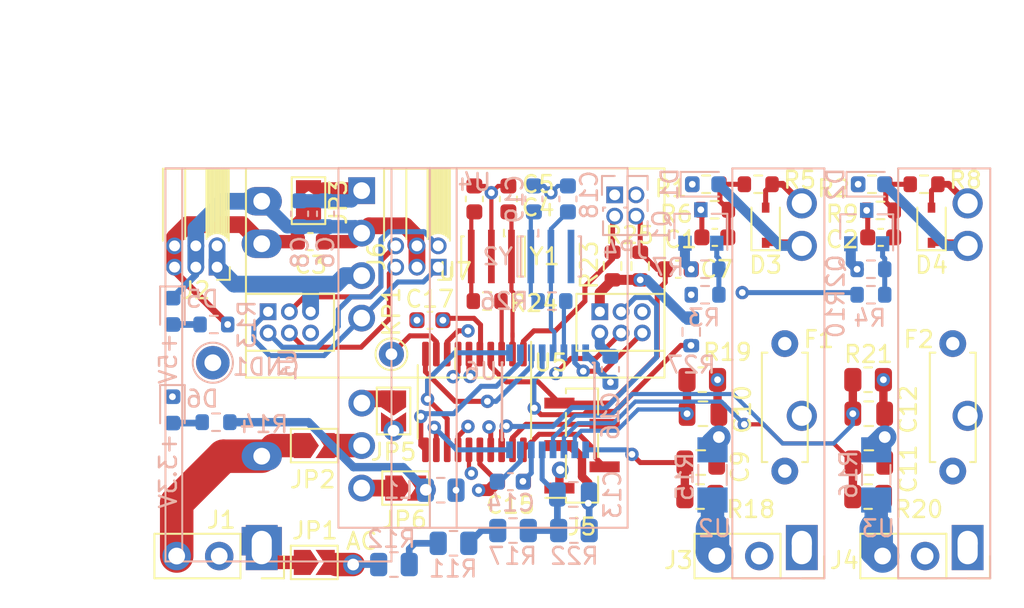
<source format=kicad_pcb>
(kicad_pcb (version 20171130) (host pcbnew "(5.1.10)-1")
  (layers (0 F.Cu signal) (1 In1.Cu signal) (2 In2.Cu signal) (31 B.Cu signal) (34 B.Paste user) (35 F.Paste user) (36 B.SilkS user) (37 F.SilkS user) (38 B.Mask user) (39 F.Mask user) (44 Edge.Cuts user))
  (net 0 "")
  (net 1 +5P)
  (net 2 GND1)
  (net 3 GNDPWR)
  (net 4 +5VP)
  (net 5 "Net-(D3-Pad2)")
  (net 6 "Net-(D4-Pad2)")
  (net 7 "Net-(F1-Pad2)")
  (net 8 AC)
  (net 9 "Net-(F2-Pad2)")
  (net 10 /Load1N)
  (net 11 /Load2N)
  (net 12 /I2C_Int)
  (net 13 /scl0)
  (net 14 /sda0)
  (net 15 /+5V_state)
  (net 16 "Net-(J1-Pad1)")
  (net 17 "Net-(J3-Pad1)")
  (net 18 "Net-(J4-Pad1)")
  (net 19 +3.3VP)
  (net 20 "Net-(D5-Pad2)")
  (net 21 "Net-(C5-Pad1)")
  (net 22 /nRst)
  (net 23 "Net-(C9-Pad2)")
  (net 24 "Net-(C10-Pad1)")
  (net 25 "Net-(C11-Pad2)")
  (net 26 "Net-(C12-Pad1)")
  (net 27 "Net-(C13-Pad2)")
  (net 28 "Net-(C18-Pad2)")
  (net 29 /SWDIO)
  (net 30 /SWCLK)
  (net 31 /L1_o1_nEn)
  (net 32 /L1_o2_nEn)
  (net 33 /SPI_MOSI)
  (net 34 /SPI_MISO)
  (net 35 /SPI_SCLK)
  (net 36 /SPI_SSEL)
  (net 37 /Int)
  (net 38 "Net-(C1-Pad2)")
  (net 39 "Net-(C1-Pad1)")
  (net 40 "Net-(C2-Pad2)")
  (net 41 "Net-(C2-Pad1)")
  (net 42 "Net-(D1-Pad1)")
  (net 43 "Net-(D2-Pad1)")
  (net 44 "Net-(Q1-Pad1)")
  (net 45 "Net-(Q2-Pad1)")
  (net 46 +5V)
  (net 47 "Net-(C4-Pad1)")
  (net 48 "Net-(C6-Pad2)")
  (net 49 "Net-(C14-Pad2)")
  (net 50 "Net-(C17-Pad2)")
  (net 51 "Net-(D6-Pad2)")
  (net 52 "Net-(J1-Pad3)")
  (net 53 "Net-(JP6-Pad1)")
  (net 54 "Net-(R11-Pad2)")
  (net 55 "Net-(R11-Pad1)")
  (net 56 "Net-(R24-Pad2)")
  (net 57 "Net-(R26-Pad1)")
  (net 58 "Net-(R27-Pad2)")
  (net 59 "Net-(KP1-Pad1)")
  (net 60 "Net-(JP5-Pad1)")
  (net 61 "Net-(JP4-Pad2)")
  (net 62 /I2C_SDA)
  (net 63 /I2C_SCL)
  (net 64 /+5V_valid)
  (net 65 "Net-(C19-Pad2)")
  (module Connector_PinSocket_1.27mm:PinSocket_1x05_P1.27mm_Vertical_SMD_Pin1Right (layer F.Cu) (at 115.588 100.118 180)
    (fp_text reference J5 (at 0 -4.85) (layer F.SilkS))
    (fp_text value "SWD (PLS5)")
    (pad 5 smd rect (at 1.35 2.54 180) (size 1.8 0.65) (layers F.Cu F.Paste F.Mask) (net 22 /nRst))
    (pad 3 smd rect (at 1.35 0 180) (size 1.8 0.65) (layers F.Cu F.Paste F.Mask) (net 3 GNDPWR))
    (pad 1 smd rect (at 1.35 -2.54 180) (size 1.8 0.65) (layers F.Cu F.Paste F.Mask) (net 19 +3.3VP))
    (pad 4 smd rect (at -1.35 1.27 180) (size 1.8 0.65) (layers F.Cu F.Paste F.Mask) (net 29 /SWDIO))
    (pad 2 smd rect (at -1.35 -1.27 180) (size 1.8 0.65) (layers F.Cu F.Paste F.Mask) (net 30 /SWCLK))
  )
  (module Modules:ADuM_I2C_Horizontal (layer F.Cu) (at 108.015 96.052 180)
    (fp_text reference U7 (at 0 6.35 180) (layer F.SilkS))
    (fp_text value ADuM_I2C_v3)
    (pad B6 thru_hole circle (at -11.176 2.665 180) (size 1 1) (drill 0.6) (layers *.Cu *.Mask) (net 37 /Int))
    (pad B5 thru_hole circle (at -11.176 3.935 180) (size 1 1) (drill 0.6) (layers *.Cu *.Mask) (net 64 /+5V_valid))
    (pad B4 thru_hole circle (at -9.906 2.665 180) (size 1 1) (drill 0.6) (layers *.Cu *.Mask) (net 63 /I2C_SCL))
    (pad B3 thru_hole circle (at -9.906 3.935 180) (size 1 1) (drill 0.6) (layers *.Cu *.Mask) (net 62 /I2C_SDA))
    (pad B2 thru_hole circle (at -8.636 2.665 180) (size 1 1) (drill 0.6) (layers *.Cu *.Mask) (net 3 GNDPWR))
    (pad B1 thru_hole rect (at -8.636 3.935 180) (size 1 1) (drill 0.6) (layers *.Cu *.Mask) (net 19 +3.3VP))
    (pad A6 thru_hole circle (at 8.636 2.665 180) (size 1 1) (drill 0.6) (layers *.Cu *.Mask) (net 2 GND1))
    (pad A5 thru_hole circle (at 8.636 3.935 180) (size 1 1) (drill 0.6) (layers *.Cu *.Mask) (net 1 +5P))
    (pad A4 thru_hole circle (at 9.906 2.665 180) (size 1 1) (drill 0.6) (layers *.Cu *.Mask) (net 13 /scl0))
    (pad A3 thru_hole circle (at 9.906 3.935 180) (size 1 1) (drill 0.6) (layers *.Cu *.Mask) (net 14 /sda0))
    (pad A2 thru_hole circle (at 11.176 2.665 180) (size 1 1) (drill 0.6) (layers *.Cu *.Mask) (net 12 /I2C_Int))
    (pad A1 thru_hole rect (at 11.176 3.935 180) (size 1 1) (drill 0.6) (layers *.Cu *.Mask) (net 15 /+5V_state))
  )
  (module Modules:DC5V_DC5V3V3_v3 (layer B.Cu) (at 106.5005 94.276 270)
    (fp_text reference U4 (at -9.906 -2.6575 180) (layer B.SilkS) (effects (justify mirror)))
    (fp_text value DC5V_DC5V3V3_v3)
    (pad 7 thru_hole circle (at 8.382 4.0735 180) (size 1.6 1.6) (drill 1) (layers *.Cu *.Mask) (net 53 "Net-(JP6-Pad1)"))
    (pad 6 thru_hole circle (at 5.842 4.0735 180) (size 1.6 1.6) (drill 1) (layers *.Cu *.Mask) (net 3 GNDPWR))
    (pad 5 thru_hole circle (at 3.302 4.064 180) (size 1.6 1.6) (drill 1) (layers *.Cu *.Mask) (net 60 "Net-(JP5-Pad1)"))
    (pad 4 thru_hole circle (at -1.778 4.0735 180) (size 1.6 1.6) (drill 1) (layers *.Cu *.Mask) (net 15 /+5V_state))
    (pad 3 thru_hole circle (at -4.318 4.0735 180) (size 1.6 1.6) (drill 1) (layers *.Cu *.Mask) (net 1 +5P))
    (pad 2 thru_hole circle (at -6.858 4.0735 180) (size 1.6 1.6) (drill 1) (layers *.Cu *.Mask) (net 2 GND1))
    (pad 1 thru_hole rect (at -9.398 4.0735 270) (size 1.6 1.6) (drill 1) (layers *.Cu *.Mask) (net 48 "Net-(C6-Pad2)"))
  )
  (module Modules:DC12003 (layer B.Cu) (at 96.458 105.833 90)
    (fp_text reference U1 (at 10.54 1.55 90) (layer B.SilkS) (effects (justify mirror)))
    (fp_text value DC12003)
    (pad 1 thru_hole rect (at 0 0 90) (size 1.7 2.4) (drill 1) (layers *.Cu *.Mask) (net 16 "Net-(J1-Pad1)"))
    (pad 2 thru_hole oval (at 5.08 0 90) (size 1.7 2.4) (drill 1) (layers *.Cu *.Mask) (net 52 "Net-(J1-Pad3)"))
    (pad 3 thru_hole oval (at 17.78 0 90) (size 1.7 2.4) (drill 1) (layers *.Cu *.Mask) (net 46 +5V))
    (pad 4 thru_hole oval (at 20.32 0 90) (size 1.7 2.4) (drill 1) (layers *.Cu *.Mask) (net 2 GND1))
  )
  (module Modules:PinHeader_1x03_P2.54mm_Vertical_for_DG301-5.0-02P (layer F.Cu) (at 138.622 106.722 270)
    (fp_text reference J4 (at 0.254 7.366 180) (layer F.SilkS))
    (fp_text value Load2)
    (pad 3 thru_hole oval (at 0 5.08 270) (size 1.7 1.7) (drill 1) (layers *.Cu *.Mask) (net 11 /Load2N))
    (pad 2 thru_hole oval (at 0 2.54 270) (size 1.7 1.7) (drill 1) (layers *.Cu *.Mask))
    (pad 1 thru_hole rect (at -0.508 0 270) (size 2.7 1.9) (drill oval 2 1.2) (layers *.Cu *.Mask) (net 18 "Net-(J4-Pad1)"))
  )
  (module Modules:PinHeader_1x03_P2.54mm_Vertical_for_DG301-5.0-02P (layer F.Cu) (at 128.716 106.722 270)
    (fp_text reference J3 (at 0.254 7.366 180) (layer F.SilkS))
    (fp_text value Load1)
    (pad 3 thru_hole oval (at 0 5.08 270) (size 1.7 1.7) (drill 1) (layers *.Cu *.Mask) (net 10 /Load1N))
    (pad 2 thru_hole oval (at 0 2.54 270) (size 1.7 1.7) (drill 1) (layers *.Cu *.Mask))
    (pad 1 thru_hole rect (at -0.508 0 270) (size 2.7 1.9) (drill oval 2 1.2) (layers *.Cu *.Mask) (net 17 "Net-(J3-Pad1)"))
  )
  (module Modules:PinHeader_1x03_P2.54mm_Vertical_for_DG301-5.0-02P (layer F.Cu) (at 96.458 106.722 270)
    (fp_text reference J1 (at -2.159 2.413 180) (layer F.SilkS))
    (fp_text value L_input)
    (pad 3 thru_hole oval (at 0 5.08 270) (size 1.7 1.7) (drill 1) (layers *.Cu *.Mask) (net 52 "Net-(J1-Pad3)"))
    (pad 2 thru_hole oval (at 0 2.54 270) (size 1.7 1.7) (drill 1) (layers *.Cu *.Mask))
    (pad 1 thru_hole rect (at -0.508 0 270) (size 2.7 1.9) (drill oval 2 1.2) (layers *.Cu *.Mask) (net 16 "Net-(J1-Pad1)"))
  )
  (module Modules:PinHeader_2x02_P1.27mm_Vertical (layer B.Cu) (at 117.54 85.132 270)
    (fp_text reference JP4 (at 3.302 -0.635) (layer B.SilkS) (effects (justify mirror)))
    (fp_text value Jumper_2x2_Open)
    (pad 4 thru_hole oval (at 1.27 -1.27 270) (size 1 1) (drill 0.65) (layers *.Cu *.Mask) (net 22 /nRst))
    (pad 3 thru_hole oval (at 0 -1.27 270) (size 1 1) (drill 0.65) (layers *.Cu *.Mask) (net 3 GNDPWR))
    (pad 2 thru_hole oval (at 1.27 0 270) (size 1 1) (drill 0.65) (layers *.Cu *.Mask) (net 61 "Net-(JP4-Pad2)"))
    (pad 1 thru_hole rect (at 0 0 270) (size 1 1) (drill 0.65) (layers *.Cu *.Mask) (net 3 GNDPWR))
  )
  (module Connector_PinSocket_1.27mm:PinSocket_2x03_P1.27mm_Horizontal (layer F.Cu) (at 106.999 89.45 270)
    (fp_text reference J6 (at -0.635 3.683 270) (layer F.SilkS))
    (fp_text value Dig_mod_iface)
    (pad 6 thru_hole oval (at -1.27 2.54 270) (size 1 1) (drill 0.65) (layers *.Cu *.Mask) (net 14 /sda0))
    (pad 5 thru_hole oval (at 0 2.54 270) (size 1 1) (drill 0.65) (layers *.Cu *.Mask) (net 13 /scl0))
    (pad 4 thru_hole oval (at -1.27 1.27 270) (size 1 1) (drill 0.65) (layers *.Cu *.Mask) (net 2 GND1))
    (pad 3 thru_hole oval (at 0 1.27 270) (size 1 1) (drill 0.65) (layers *.Cu *.Mask) (net 2 GND1))
    (pad 2 thru_hole oval (at -1.27 0 270) (size 1 1) (drill 0.65) (layers *.Cu *.Mask) (net 12 /I2C_Int))
    (pad 1 thru_hole rect (at 0 0 270) (size 1 1) (drill 0.65) (layers *.Cu *.Mask) (net 15 /+5V_state))
  )
  (module Capacitor_SMD:C_0603_1608Metric (layer F.Cu) (at 106.504 92.625)
    (fp_text reference C17 (at -0.013 -1.27 -180) (layer F.SilkS))
    (fp_text value 100nF)
    (pad 2 smd roundrect (at 0.775 0) (size 0.9 0.95) (layers F.Cu F.Paste F.Mask) (net 50 "Net-(C17-Pad2)"))
    (pad 1 smd roundrect (at -0.775 0) (size 0.9 0.95) (layers F.Cu F.Paste F.Mask) (net 3 GNDPWR))
  )
  (module TestPoint:TestPoint_THTPad_D1.5mm_Drill0.7mm (layer F.Cu) (at 104.205 94.657)
    (fp_text reference KP1 (at 0 -2.54 90) (layer F.SilkS))
    (fp_text value TestPoint_Small)
    (pad 1 thru_hole circle (at 0 0) (size 1.5 1.5) (drill 0.7) (layers *.Cu *.Mask) (net 59 "Net-(KP1-Pad1)"))
  )
  (module Resistor_THT:R_Axial_DIN0207_L6.3mm_D2.5mm_P7.62mm_Horizontal (layer F.Cu) (at 127.7 101.642 90)
    (fp_text reference F1 (at 7.874 2.032) (layer F.SilkS))
    (fp_text value 0.5A)
    (pad 2 thru_hole oval (at 7.62 0 90) (size 1.6 1.6) (drill 0.8) (layers *.Cu *.Mask) (net 7 "Net-(F1-Pad2)"))
    (pad 1 thru_hole circle (at 0 0 90) (size 1.6 1.6) (drill 0.8) (layers *.Cu *.Mask) (net 8 AC))
  )
  (module Resistor_SMD:R_0603_1608Metric (layer B.Cu) (at 122.112 93.323 270)
    (fp_text reference R27 (at 1.969 0 180) (layer B.SilkS) (effects (justify mirror)))
    (fp_text value 10k)
    (pad 2 smd roundrect (at 0.825 0 270) (size 0.8 0.95) (layers B.Cu B.Paste B.Mask) (net 58 "Net-(R27-Pad2)"))
    (pad 1 smd roundrect (at -0.825 0 270) (size 0.8 0.95) (layers B.Cu B.Paste B.Mask) (net 19 +3.3VP))
  )
  (module Resistor_SMD:R_0603_1608Metric (layer F.Cu) (at 119.064 89.387 90)
    (fp_text reference R25 (at 1.842 -0.635 180) (layer F.SilkS))
    (fp_text value 10k)
    (pad 2 smd roundrect (at 0.825 0 90) (size 0.8 0.95) (layers F.Cu F.Paste F.Mask) (net 22 /nRst))
    (pad 1 smd roundrect (at -0.825 0 90) (size 0.8 0.95) (layers F.Cu F.Paste F.Mask) (net 19 +3.3VP))
  )
  (module Resistor_SMD:R_0603_1608Metric (layer F.Cu) (at 117.413 89.386 270)
    (fp_text reference R23 (at -0.063 1.397 90) (layer F.SilkS))
    (fp_text value 10k)
    (pad 2 smd roundrect (at 0.825 0 270) (size 0.8 0.95) (layers F.Cu F.Paste F.Mask) (net 19 +3.3VP))
    (pad 1 smd roundrect (at -0.825 0 270) (size 0.8 0.95) (layers F.Cu F.Paste F.Mask) (net 61 "Net-(JP4-Pad2)"))
  )
  (module Resistor_SMD:R_0805_2012Metric (layer B.Cu) (at 107.1495 102.785)
    (fp_text reference L1 (at -2.5165 0 180) (layer B.SilkS) (effects (justify mirror)))
    (fp_text value 22u*)
    (pad 2 smd roundrect (at 0.9125 0) (size 1.025 1.4) (layers B.Cu B.Paste B.Mask) (roundrect_rratio 0.243902) (net 50 "Net-(C17-Pad2)"))
    (pad 1 smd roundrect (at -0.9125 0) (size 1.025 1.4) (layers B.Cu B.Paste B.Mask) (roundrect_rratio 0.243902) (net 19 +3.3VP))
  )
  (module Capacitor_SMD:C_0603_1608Metric (layer F.Cu) (at 111.317 102.277)
    (fp_text reference C15 (at 0 1.397) (layer F.SilkS))
    (fp_text value 100nF)
    (pad 2 smd roundrect (at 0.775 0) (size 0.9 0.95) (layers F.Cu F.Paste F.Mask) (net 3 GNDPWR))
    (pad 1 smd roundrect (at -0.775 0) (size 0.9 0.95) (layers F.Cu F.Paste F.Mask) (net 19 +3.3VP))
  )
  (module Capacitor_SMD:C_0603_1608Metric (layer B.Cu) (at 117.286 95.559 270)
    (fp_text reference C16 (at 2.781 0 270) (layer B.SilkS) (effects (justify mirror)))
    (fp_text value 100nF)
    (pad 2 smd roundrect (at 0.775 0 270) (size 0.9 0.95) (layers B.Cu B.Paste B.Mask) (net 19 +3.3VP))
    (pad 1 smd roundrect (at -0.775 0 270) (size 0.9 0.95) (layers B.Cu B.Paste B.Mask) (net 3 GNDPWR))
  )
  (module Capacitor_SMD:C_0603_1608Metric (layer B.Cu) (at 111.304 102.277 180)
    (fp_text reference C14 (at -0.013 -1.27 180) (layer B.SilkS) (effects (justify mirror)))
    (fp_text value 100nF)
    (pad 2 smd roundrect (at 0.775 0 180) (size 0.9 0.95) (layers B.Cu B.Paste B.Mask) (net 49 "Net-(C14-Pad2)"))
    (pad 1 smd roundrect (at -0.775 0 180) (size 0.9 0.95) (layers B.Cu B.Paste B.Mask) (net 3 GNDPWR))
  )
  (module Capacitor_SMD:C_0603_1608Metric (layer F.Cu) (at 121.337 89.577)
    (fp_text reference C7 (at 2.299 0 180) (layer F.SilkS))
    (fp_text value 100nF)
    (pad 2 smd roundrect (at 0.775 0) (size 0.9 0.95) (layers F.Cu F.Paste F.Mask) (net 3 GNDPWR))
    (pad 1 smd roundrect (at -0.775 0) (size 0.9 0.95) (layers F.Cu F.Paste F.Mask) (net 22 /nRst))
  )
  (module Crystal:Resonator_SMD_muRata_CSTxExxV-3Pin_3.0x1.1mm_HandSoldering (layer F.Cu) (at 110.174 88.815 180)
    (fp_text reference Y1 (at -3.175 0 180) (layer F.SilkS))
    (fp_text value CSTCE8M)
    (pad 3 smd rect (at 1.2 0 180) (size 0.4 3.2) (layers F.Cu F.Paste F.Mask) (net 21 "Net-(C5-Pad1)"))
    (pad 2 smd rect (at 0 0 180) (size 0.4 3.2) (layers F.Cu F.Paste F.Mask) (net 3 GNDPWR))
    (pad 1 smd rect (at -1.2 0 180) (size 0.4 3.2) (layers F.Cu F.Paste F.Mask) (net 47 "Net-(C4-Pad1)"))
  )
  (module Package_SO:TSSOP-20_4.4x6.5mm_P0.65mm (layer F.Cu) (at 109.162 97.5095 270)
    (fp_text reference U5 (at -2.3445 -4.568 180) (layer F.SilkS))
    (fp_text value STM32F030F4Px)
    (pad 20 smd roundrect (at 2.8625 -2.925 270) (size 1.475 0.4) (layers F.Cu F.Paste F.Mask) (net 30 /SWCLK))
    (pad 19 smd roundrect (at 2.8625 -2.275 270) (size 1.475 0.4) (layers F.Cu F.Paste F.Mask) (net 29 /SWDIO))
    (pad 18 smd roundrect (at 2.8625 -1.625 270) (size 1.475 0.4) (layers F.Cu F.Paste F.Mask) (net 62 /I2C_SDA))
    (pad 17 smd roundrect (at 2.8625 -0.975 270) (size 1.475 0.4) (layers F.Cu F.Paste F.Mask) (net 63 /I2C_SCL))
    (pad 16 smd roundrect (at 2.8625 -0.325 270) (size 1.475 0.4) (layers F.Cu F.Paste F.Mask) (net 19 +3.3VP))
    (pad 15 smd roundrect (at 2.8625 0.325 270) (size 1.475 0.4) (layers F.Cu F.Paste F.Mask) (net 3 GNDPWR))
    (pad 14 smd roundrect (at 2.8625 0.975 270) (size 1.475 0.4) (layers F.Cu F.Paste F.Mask) (net 64 /+5V_valid))
    (pad 13 smd roundrect (at 2.8625 1.625 270) (size 1.475 0.4) (layers F.Cu F.Paste F.Mask) (net 33 /SPI_MOSI))
    (pad 12 smd roundrect (at 2.8625 2.275 270) (size 1.475 0.4) (layers F.Cu F.Paste F.Mask) (net 34 /SPI_MISO))
    (pad 11 smd roundrect (at 2.8625 2.925 270) (size 1.475 0.4) (layers F.Cu F.Paste F.Mask) (net 35 /SPI_SCLK))
    (pad 10 smd roundrect (at -2.8625 2.925 270) (size 1.475 0.4) (layers F.Cu F.Paste F.Mask) (net 36 /SPI_SSEL))
    (pad 9 smd roundrect (at -2.8625 2.275 270) (size 1.475 0.4) (layers F.Cu F.Paste F.Mask) (net 59 "Net-(KP1-Pad1)"))
    (pad 8 smd roundrect (at -2.8625 1.625 270) (size 1.475 0.4) (layers F.Cu F.Paste F.Mask) (net 32 /L1_o2_nEn))
    (pad 7 smd roundrect (at -2.8625 0.975 270) (size 1.475 0.4) (layers F.Cu F.Paste F.Mask) (net 31 /L1_o1_nEn))
    (pad 6 smd roundrect (at -2.8625 0.325 270) (size 1.475 0.4) (layers F.Cu F.Paste F.Mask) (net 37 /Int))
    (pad 5 smd roundrect (at -2.8625 -0.325 270) (size 1.475 0.4) (layers F.Cu F.Paste F.Mask) (net 50 "Net-(C17-Pad2)"))
    (pad 4 smd roundrect (at -2.8625 -0.975 270) (size 1.475 0.4) (layers F.Cu F.Paste F.Mask) (net 22 /nRst))
    (pad 3 smd roundrect (at -2.8625 -1.625 270) (size 1.475 0.4) (layers F.Cu F.Paste F.Mask) (net 56 "Net-(R24-Pad2)"))
    (pad 2 smd roundrect (at -2.8625 -2.275 270) (size 1.475 0.4) (layers F.Cu F.Paste F.Mask) (net 47 "Net-(C4-Pad1)"))
    (pad 1 smd roundrect (at -2.8625 -2.925 270) (size 1.475 0.4) (layers F.Cu F.Paste F.Mask) (net 61 "Net-(JP4-Pad2)"))
  )
  (module Resistor_SMD:R_0603_1608Metric (layer F.Cu) (at 109.92 91.482)
    (fp_text reference R24 (at 2.794 0.127 180) (layer F.SilkS))
    (fp_text value 50)
    (pad 2 smd roundrect (at 0.825 0) (size 0.8 0.95) (layers F.Cu F.Paste F.Mask) (net 56 "Net-(R24-Pad2)"))
    (pad 1 smd roundrect (at -0.825 0) (size 0.8 0.95) (layers F.Cu F.Paste F.Mask) (net 21 "Net-(C5-Pad1)"))
  )
  (module Capacitor_SMD:C_0603_1608Metric (layer F.Cu) (at 109.158 85.373 90)
    (fp_text reference C5 (at 0.876 3.81) (layer F.SilkS))
    (fp_text value 10pF)
    (pad 2 smd roundrect (at 0.775 0 90) (size 0.9 0.95) (layers F.Cu F.Paste F.Mask) (net 3 GNDPWR))
    (pad 1 smd roundrect (at -0.775 0 90) (size 0.9 0.95) (layers F.Cu F.Paste F.Mask) (net 21 "Net-(C5-Pad1)"))
  )
  (module Capacitor_SMD:C_0603_1608Metric (layer F.Cu) (at 111.19 85.373 90)
    (fp_text reference C4 (at -0.521 1.778) (layer F.SilkS))
    (fp_text value 10pF)
    (pad 2 smd roundrect (at 0.775 0 90) (size 0.9 0.95) (layers F.Cu F.Paste F.Mask) (net 3 GNDPWR))
    (pad 1 smd roundrect (at -0.775 0 90) (size 0.9 0.95) (layers F.Cu F.Paste F.Mask) (net 47 "Net-(C4-Pad1)"))
  )
  (module TestPoint:TestPoint_THTPad_D2.0mm_Drill1.0mm (layer B.Cu) (at 93.537 95.165)
    (fp_text reference GND1 (at 3.175 0.254 180) (layer B.SilkS) (effects (justify mirror)))
    (fp_text value TestPoint_Small)
    (pad 1 thru_hole circle (at 0 0) (size 2 2) (drill 1) (layers *.Cu *.Mask) (net 2 GND1))
  )
  (module Crystal:Resonator_SMD_muRata_CSTxExxV-3Pin_3.0x1.1mm_HandSoldering (layer B.Cu) (at 113.73 88.815)
    (fp_text reference Y2 (at -3.175 0 180) (layer B.SilkS) (effects (justify mirror)))
    (fp_text value ABLS-3.579545MHZ-D-3-Y-T)
    (pad 3 smd rect (at 1.2 0) (size 0.4 3.2) (layers B.Cu B.Paste B.Mask))
    (pad 2 smd rect (at 0 0) (size 0.4 3.2) (layers B.Cu B.Paste B.Mask) (net 28 "Net-(C18-Pad2)"))
    (pad 1 smd rect (at -1.2 0) (size 0.4 3.2) (layers B.Cu B.Paste B.Mask) (net 65 "Net-(C19-Pad2)"))
  )
  (module Package_SO:SSOP-16_4.4x5.2mm_P0.65mm (layer B.Cu) (at 113.532 97.472 90)
    (fp_text reference U6 (at 1.799 -3.993) (layer B.SilkS) (effects (justify mirror)))
    (fp_text value HLW8112)
    (pad 16 smd rect (at 2.9 2.275 90) (size 1 0.4) (layers B.Cu B.Paste B.Mask) (net 19 +3.3VP))
    (pad 15 smd rect (at 2.9 1.625 90) (size 1 0.4) (layers B.Cu B.Paste B.Mask) (net 37 /Int))
    (pad 14 smd rect (at 2.9 0.975 90) (size 1 0.4) (layers B.Cu B.Paste B.Mask) (net 57 "Net-(R26-Pad1)"))
    (pad 13 smd rect (at 2.9 0.325 90) (size 1 0.4) (layers B.Cu B.Paste B.Mask) (net 28 "Net-(C18-Pad2)"))
    (pad 12 smd rect (at 2.9 -0.325 90) (size 1 0.4) (layers B.Cu B.Paste B.Mask) (net 58 "Net-(R27-Pad2)"))
    (pad 11 smd rect (at 2.9 -0.975 90) (size 1 0.4) (layers B.Cu B.Paste B.Mask) (net 36 /SPI_SSEL))
    (pad 10 smd rect (at 2.9 -1.625 90) (size 1 0.4) (layers B.Cu B.Paste B.Mask) (net 35 /SPI_SCLK))
    (pad 9 smd rect (at 2.9 -2.275 90) (size 1 0.4) (layers B.Cu B.Paste B.Mask) (net 33 /SPI_MOSI))
    (pad 8 smd rect (at -2.9 -2.275 90) (size 1 0.4) (layers B.Cu B.Paste B.Mask) (net 34 /SPI_MISO))
    (pad 7 smd rect (at -2.9 -1.625 90) (size 1 0.4) (layers B.Cu B.Paste B.Mask) (net 49 "Net-(C14-Pad2)"))
    (pad 6 smd rect (at -2.9 -0.975 90) (size 1 0.4) (layers B.Cu B.Paste B.Mask) (net 3 GNDPWR))
    (pad 5 smd rect (at -2.9 -0.325 90) (size 1 0.4) (layers B.Cu B.Paste B.Mask) (net 27 "Net-(C13-Pad2)"))
    (pad 4 smd rect (at -2.9 0.325 90) (size 1 0.4) (layers B.Cu B.Paste B.Mask) (net 26 "Net-(C12-Pad1)"))
    (pad 3 smd rect (at -2.9 0.975 90) (size 1 0.4) (layers B.Cu B.Paste B.Mask) (net 25 "Net-(C11-Pad2)"))
    (pad 2 smd rect (at -2.9 1.625 90) (size 1 0.4) (layers B.Cu B.Paste B.Mask) (net 24 "Net-(C10-Pad1)"))
    (pad 1 smd rect (at -2.9 2.275 90) (size 1 0.4) (layers B.Cu B.Paste B.Mask) (net 23 "Net-(C9-Pad2)"))
  )
  (module Resistor_SMD:R_0603_1608Metric (layer B.Cu) (at 113.793 91.482 180)
    (fp_text reference R26 (at 2.857 0 180) (layer B.SilkS) (effects (justify mirror)))
    (fp_text value 50)
    (pad 2 smd roundrect (at 0.825 0 180) (size 0.8 0.95) (layers B.Cu B.Paste B.Mask) (net 65 "Net-(C19-Pad2)"))
    (pad 1 smd roundrect (at -0.825 0 180) (size 0.8 0.95) (layers B.Cu B.Paste B.Mask) (net 57 "Net-(R26-Pad1)"))
  )
  (module Resistor_SMD:R_0805_2012Metric (layer B.Cu) (at 115.1035 105.198)
    (fp_text reference R22 (at 0.0235 1.524) (layer B.SilkS) (effects (justify mirror)))
    (fp_text value 1k)
    (pad 2 smd roundrect (at 0.9125 0) (size 1.025 1.4) (layers B.Cu B.Paste B.Mask) (roundrect_rratio 0.243902) (net 3 GNDPWR))
    (pad 1 smd roundrect (at -0.9125 0) (size 1.025 1.4) (layers B.Cu B.Paste B.Mask) (roundrect_rratio 0.243902) (net 27 "Net-(C13-Pad2)"))
  )
  (module Resistor_SMD:R_0805_2012Metric (layer B.Cu) (at 111.4675 105.198 180)
    (fp_text reference R17 (at 0.0235 -1.524) (layer B.SilkS) (effects (justify mirror)))
    (fp_text value 332k)
    (pad 2 smd roundrect (at 0.9125 0 180) (size 1.025 1.4) (layers B.Cu B.Paste B.Mask) (roundrect_rratio 0.243902) (net 55 "Net-(R11-Pad1)"))
    (pad 1 smd roundrect (at -0.9125 0 180) (size 1.025 1.4) (layers B.Cu B.Paste B.Mask) (roundrect_rratio 0.243902) (net 27 "Net-(C13-Pad2)"))
  )
  (module Resistor_SMD:R_0805_2012Metric (layer B.Cu) (at 104.3555 107.23 180)
    (fp_text reference R12 (at 0.1505 1.524) (layer B.SilkS) (effects (justify mirror)))
    (fp_text value 332k)
    (pad 2 smd roundrect (at 0.9125 0 180) (size 1.025 1.4) (layers B.Cu B.Paste B.Mask) (roundrect_rratio 0.243902) (net 8 AC))
    (pad 1 smd roundrect (at -0.9125 0 180) (size 1.025 1.4) (layers B.Cu B.Paste B.Mask) (roundrect_rratio 0.243902) (net 54 "Net-(R11-Pad2)"))
  )
  (module Resistor_SMD:R_0805_2012Metric (layer B.Cu) (at 107.9115 105.96 180)
    (fp_text reference R11 (at 0.0235 -1.524) (layer B.SilkS) (effects (justify mirror)))
    (fp_text value 332k)
    (pad 2 smd roundrect (at 0.9125 0 180) (size 1.025 1.4) (layers B.Cu B.Paste B.Mask) (roundrect_rratio 0.243902) (net 54 "Net-(R11-Pad2)"))
    (pad 1 smd roundrect (at -0.9125 0 180) (size 1.025 1.4) (layers B.Cu B.Paste B.Mask) (roundrect_rratio 0.243902) (net 55 "Net-(R11-Pad1)"))
  )
  (module Resistor_SMD:R_0603_1608Metric (layer B.Cu) (at 122.938 89.577 180)
    (fp_text reference R7 (at 2.222 0.127 180) (layer B.SilkS) (effects (justify mirror)))
    (fp_text value 20k)
    (pad 2 smd roundrect (at 0.825 0 180) (size 0.8 0.95) (layers B.Cu B.Paste B.Mask) (net 3 GNDPWR))
    (pad 1 smd roundrect (at -0.825 0 180) (size 0.8 0.95) (layers B.Cu B.Paste B.Mask) (net 44 "Net-(Q1-Pad1)"))
  )
  (module Resistor_SMD:R_0603_1608Metric (layer B.Cu) (at 122.938 91.101 180)
    (fp_text reference R3 (at 0.064 -1.3716 180) (layer B.SilkS) (effects (justify mirror)))
    (fp_text value 1k)
    (pad 2 smd roundrect (at 0.825 0 180) (size 0.8 0.95) (layers B.Cu B.Paste B.Mask) (net 31 /L1_o1_nEn))
    (pad 1 smd roundrect (at -0.825 0 180) (size 0.8 0.95) (layers B.Cu B.Paste B.Mask) (net 44 "Net-(Q1-Pad1)"))
  )
  (module Package_TO_SOT_SMD:SOT-23 (layer B.Cu) (at 122.686 87.021 90)
    (fp_text reference Q1 (at 0 -2.352 90) (layer B.SilkS) (effects (justify mirror)))
    (fp_text value 2N5551S)
    (pad 3 smd rect (at 1 0 90) (size 0.9 0.8) (layers B.Cu B.Paste B.Mask) (net 39 "Net-(C1-Pad1)"))
    (pad 2 smd rect (at -1 -0.95 90) (size 0.9 0.8) (layers B.Cu B.Paste B.Mask) (net 3 GNDPWR))
    (pad 1 smd rect (at -1 0.95 90) (size 0.9 0.8) (layers B.Cu B.Paste B.Mask) (net 44 "Net-(Q1-Pad1)"))
  )
  (module Jumper:SolderJumper-2_P1.3mm_Open_TrianglePad1.0x1.5mm (layer F.Cu) (at 105.057 102.658)
    (fp_text reference JP6 (at -0.09 1.905) (layer F.SilkS))
    (fp_text value 3.3VP_en)
    (pad 1 smd custom (at -0.725 0) (size 0.3 0.3) (layers F.Cu F.Mask) (net 53 "Net-(JP6-Pad1)") (options (clearance outline) (anchor rect)) (primitives (gr_poly (pts (xy -0.5 -0.75) (xy 0.5 -0.75) (xy 1 0) (xy 0.5 0.75) (xy -0.5 0.75)) (width 0))))
    (pad 2 smd custom (at 0.725 0) (size 0.3 0.3) (layers F.Cu F.Mask) (net 19 +3.3VP) (options (clearance outline) (anchor rect)) (primitives (gr_poly (pts (xy -0.65 -0.75) (xy 0.5 -0.75) (xy 0.5 0.75) (xy -0.65 0.75) (xy -0.15 0)) (width 0))))
  )
  (module Jumper:SolderJumper-2_P1.3mm_Open_TrianglePad1.0x1.5mm (layer F.Cu) (at 104.332 98.049 270)
    (fp_text reference JP5 (at 2.45 0 180) (layer F.SilkS))
    (fp_text value 5VP_en)
    (pad 1 smd custom (at -0.725 0 270) (size 0.3 0.3) (layers F.Cu F.Mask) (net 60 "Net-(JP5-Pad1)") (options (clearance outline) (anchor rect)) (primitives (gr_poly (pts (xy -0.5 -0.75) (xy 0.5 -0.75) (xy 1 0) (xy 0.5 0.75) (xy -0.5 0.75)) (width 0))))
    (pad 2 smd custom (at 0.725 0 270) (size 0.3 0.3) (layers F.Cu F.Mask) (net 4 +5VP) (options (clearance outline) (anchor rect)) (primitives (gr_poly (pts (xy -0.65 -0.75) (xy 0.5 -0.75) (xy 0.5 0.75) (xy -0.65 0.75) (xy -0.15 0)) (width 0))))
  )
  (module Jumper:SolderJumper-2_P1.3mm_Open_TrianglePad1.0x1.5mm (layer F.Cu) (at 99.252 85.476 90)
    (fp_text reference JP3 (at -0.09 1.778 270) (layer F.SilkS))
    (fp_text value 5V_en)
    (pad 1 smd custom (at -0.725 0 90) (size 0.3 0.3) (layers F.Cu F.Mask) (net 46 +5V) (options (clearance outline) (anchor rect)) (primitives (gr_poly (pts (xy -0.5 -0.75) (xy 0.5 -0.75) (xy 1 0) (xy 0.5 0.75) (xy -0.5 0.75)) (width 0))))
    (pad 2 smd custom (at 0.725 0 90) (size 0.3 0.3) (layers F.Cu F.Mask) (net 48 "Net-(C6-Pad2)") (options (clearance outline) (anchor rect)) (primitives (gr_poly (pts (xy -0.65 -0.75) (xy 0.5 -0.75) (xy 0.5 0.75) (xy -0.65 0.75) (xy -0.15 0)) (width 0))))
  )
  (module Capacitor_SMD:C_0603_1608Metric (layer B.Cu) (at 112.714 85.373 270)
    (fp_text reference C19 (at 0.013 1.143 90) (layer B.SilkS) (effects (justify mirror)))
    (fp_text value 22pF)
    (pad 2 smd roundrect (at 0.775 0 270) (size 0.9 0.95) (layers B.Cu B.Paste B.Mask) (net 65 "Net-(C19-Pad2)"))
    (pad 1 smd roundrect (at -0.775 0 270) (size 0.9 0.95) (layers B.Cu B.Paste B.Mask) (net 3 GNDPWR))
  )
  (module Capacitor_SMD:C_0603_1608Metric (layer B.Cu) (at 114.746 85.373 270)
    (fp_text reference C18 (at -0.241 -1.27 90) (layer B.SilkS) (effects (justify mirror)))
    (fp_text value 22pF)
    (pad 2 smd roundrect (at 0.775 0 270) (size 0.9 0.95) (layers B.Cu B.Paste B.Mask) (net 28 "Net-(C18-Pad2)"))
    (pad 1 smd roundrect (at -0.775 0 270) (size 0.9 0.95) (layers B.Cu B.Paste B.Mask) (net 3 GNDPWR))
  )
  (module Capacitor_SMD:C_0805_2012Metric (layer B.Cu) (at 115.066 103.039 180)
    (fp_text reference C13 (at -2.347 0 270) (layer B.SilkS) (effects (justify mirror)))
    (fp_text value 33nF)
    (pad 2 smd roundrect (at 0.95 0 180) (size 1 1.45) (layers B.Cu B.Paste B.Mask) (net 27 "Net-(C13-Pad2)"))
    (pad 1 smd roundrect (at -0.95 0 180) (size 1 1.45) (layers B.Cu B.Paste B.Mask) (net 3 GNDPWR))
  )
  (module Capacitor_SMD:C_0603_1608Metric (layer B.Cu) (at 98.718 86.262 90)
    (fp_text reference C8 (at -2.299 0.026 90) (layer B.SilkS) (effects (justify mirror)))
    (fp_text value 100nF)
    (pad 2 smd roundrect (at 0.775 0 90) (size 0.9 0.95) (layers B.Cu B.Paste B.Mask) (net 48 "Net-(C6-Pad2)"))
    (pad 1 smd roundrect (at -0.775 0 90) (size 0.9 0.95) (layers B.Cu B.Paste B.Mask) (net 2 GND1))
  )
  (module Capacitor_SMD:C_0603_1608Metric (layer B.Cu) (at 100.268 86.262 90)
    (fp_text reference C6 (at -2.299 0 90) (layer B.SilkS) (effects (justify mirror)))
    (fp_text value 10uF)
    (pad 2 smd roundrect (at 0.775 0 90) (size 0.9 0.95) (layers B.Cu B.Paste B.Mask) (net 48 "Net-(C6-Pad2)"))
    (pad 1 smd roundrect (at -0.775 0 90) (size 0.9 0.95) (layers B.Cu B.Paste B.Mask) (net 2 GND1))
  )
  (module Resistor_SMD:R_0603_1608Metric (layer B.Cu) (at 132.844 91.101 180)
    (fp_text reference R4 (at 0.064 -1.397 180) (layer B.SilkS) (effects (justify mirror)))
    (fp_text value 1k)
    (pad 2 smd roundrect (at 0.825 0 180) (size 0.8 0.95) (layers B.Cu B.Paste B.Mask) (net 32 /L1_o2_nEn))
    (pad 1 smd roundrect (at -0.825 0 180) (size 0.8 0.95) (layers B.Cu B.Paste B.Mask) (net 45 "Net-(Q2-Pad1)"))
  )
  (module Resistor_SMD:R_0603_1608Metric (layer B.Cu) (at 132.844 89.577 180)
    (fp_text reference R10 (at 2.096 -2.667 90) (layer B.SilkS) (effects (justify mirror)))
    (fp_text value 20k)
    (pad 2 smd roundrect (at 0.825 0 180) (size 0.8 0.95) (layers B.Cu B.Paste B.Mask) (net 3 GNDPWR))
    (pad 1 smd roundrect (at -0.825 0 180) (size 0.8 0.95) (layers B.Cu B.Paste B.Mask) (net 45 "Net-(Q2-Pad1)"))
  )
  (module Package_TO_SOT_SMD:SOT-23 (layer B.Cu) (at 132.592 87.053 90)
    (fp_text reference Q2 (at -2.651 -1.844 90) (layer B.SilkS) (effects (justify mirror)))
    (fp_text value 2N5551S)
    (pad 3 smd rect (at 1 0 90) (size 0.9 0.8) (layers B.Cu B.Paste B.Mask) (net 41 "Net-(C2-Pad1)"))
    (pad 2 smd rect (at -1 -0.95 90) (size 0.9 0.8) (layers B.Cu B.Paste B.Mask) (net 3 GNDPWR))
    (pad 1 smd rect (at -1 0.95 90) (size 0.9 0.8) (layers B.Cu B.Paste B.Mask) (net 45 "Net-(Q2-Pad1)"))
  )
  (module Resistor_SMD:R_0603_1608Metric (layer B.Cu) (at 93.728 98.721)
    (fp_text reference R14 (at 2.857 0.127) (layer B.SilkS) (effects (justify mirror)))
    (fp_text value 10k)
    (pad 2 smd roundrect (at 0.825 0) (size 0.8 0.95) (layers B.Cu B.Paste B.Mask) (net 19 +3.3VP))
    (pad 1 smd roundrect (at -0.825 0) (size 0.8 0.95) (layers B.Cu B.Paste B.Mask) (net 51 "Net-(D6-Pad2)"))
  )
  (module Jumper:SolderJumper-2_P1.3mm_Open_TrianglePad1.0x1.5mm (layer F.Cu) (at 99.596 100.118)
    (fp_text reference JP2 (at -0.09 2.032) (layer F.SilkS))
    (fp_text value N_en)
    (pad 1 smd custom (at -0.725 0) (size 0.3 0.3) (layers F.Cu F.Mask) (net 52 "Net-(J1-Pad3)") (options (clearance outline) (anchor rect)) (primitives (gr_poly (pts (xy -0.5 -0.75) (xy 0.5 -0.75) (xy 1 0) (xy 0.5 0.75) (xy -0.5 0.75)) (width 0))))
    (pad 2 smd custom (at 0.725 0) (size 0.3 0.3) (layers F.Cu F.Mask) (net 3 GNDPWR) (options (clearance outline) (anchor rect)) (primitives (gr_poly (pts (xy -0.65 -0.75) (xy 0.5 -0.75) (xy 0.5 0.75) (xy -0.65 0.75) (xy -0.15 0)) (width 0))))
  )
  (module LED_SMD:LED_0603_1608Metric (layer B.Cu) (at 91.124 97.9845 270)
    (fp_text reference D6 (at -0.6605 -1.778 180) (layer B.SilkS) (effects (justify mirror)))
    (fp_text value +3.3VP)
    (pad 2 smd roundrect (at 0.7875 0 270) (size 0.875 0.95) (layers B.Cu B.Paste B.Mask) (net 51 "Net-(D6-Pad2)"))
    (pad 1 smd roundrect (at -0.7875 0 270) (size 0.875 0.95) (layers B.Cu B.Paste B.Mask) (net 3 GNDPWR))
  )
  (module Modules:G3MB-202PL (layer B.Cu) (at 128.716 105.96 90)
    (fp_text reference U2 (at 0.889 -5.207 180) (layer B.SilkS) (effects (justify mirror)))
    (fp_text value G3MB-202PL)
    (pad 4 thru_hole circle (at 20.32 0 90) (size 1.8 1.8) (drill 1.2) (layers *.Cu *.Mask) (net 5 "Net-(D3-Pad2)"))
    (pad 3 thru_hole circle (at 17.78 0 90) (size 1.8 1.8) (drill 1.2) (layers *.Cu *.Mask) (net 4 +5VP))
    (pad 2 thru_hole circle (at 7.62 0 90) (size 1.8 1.8) (drill 1.2) (layers *.Cu *.Mask) (net 7 "Net-(F1-Pad2)"))
    (pad 1 thru_hole rect (at 0 0 90) (size 1.8 1.8) (drill 1.2) (layers *.Cu *.Mask) (net 17 "Net-(J3-Pad1)"))
  )
  (module Resistor_SMD:R_0805_2012Metric (layer F.Cu) (at 132.6765 96.181 180)
    (fp_text reference R21 (at -0.0235 1.524) (layer F.SilkS))
    (fp_text value 100)
    (pad 2 smd roundrect (at 0.9125 0 180) (size 1.025 1.4) (layers F.Cu F.Paste F.Mask) (roundrect_rratio 0.243902) (net 26 "Net-(C12-Pad1)"))
    (pad 1 smd roundrect (at -0.9125 0 180) (size 1.025 1.4) (layers F.Cu F.Paste F.Mask) (roundrect_rratio 0.243902) (net 3 GNDPWR))
  )
  (module Resistor_SMD:R_0805_2012Metric (layer F.Cu) (at 132.6765 103.166 180)
    (fp_text reference R20 (at -3.0245 -0.762) (layer F.SilkS))
    (fp_text value 100)
    (pad 1 smd roundrect (at -0.9125 0 180) (size 1.025 1.4) (layers F.Cu F.Paste F.Mask) (roundrect_rratio 0.243902) (net 11 /Load2N))
    (pad 2 smd roundrect (at 0.9125 0 180) (size 1.025 1.4) (layers F.Cu F.Paste F.Mask) (roundrect_rratio 0.243902) (net 25 "Net-(C11-Pad2)"))
  )
  (module Resistor_SMD:R_0805_2012Metric (layer F.Cu) (at 122.7705 96.181 180)
    (fp_text reference R19 (at -1.5005 1.651) (layer F.SilkS))
    (fp_text value 100)
    (pad 2 smd roundrect (at 0.9125 0 180) (size 1.025 1.4) (layers F.Cu F.Paste F.Mask) (roundrect_rratio 0.243902) (net 24 "Net-(C10-Pad1)"))
    (pad 1 smd roundrect (at -0.9125 0 180) (size 1.025 1.4) (layers F.Cu F.Paste F.Mask) (roundrect_rratio 0.243902) (net 3 GNDPWR))
  )
  (module Resistor_SMD:R_0805_2012Metric (layer F.Cu) (at 122.6435 103.166 180)
    (fp_text reference R18 (at -3.0245 -0.762 180) (layer F.SilkS))
    (fp_text value 100)
    (pad 2 smd roundrect (at 0.9125 0 180) (size 1.025 1.4) (layers F.Cu F.Paste F.Mask) (roundrect_rratio 0.243902) (net 23 "Net-(C9-Pad2)"))
    (pad 1 smd roundrect (at -0.9125 0 180) (size 1.025 1.4) (layers F.Cu F.Paste F.Mask) (roundrect_rratio 0.243902) (net 10 /Load1N))
  )
  (module Resistor_SMD:R_MiniMELF_MMA-0204 (layer B.Cu) (at 133.161 101.872 90)
    (fp_text reference R16 (at 0.024 -1.651 270) (layer B.SilkS) (effects (justify mirror)))
    (fp_text value 0.001)
    (pad 2 smd rect (at 1.5 0 90) (size 1.5 1.8) (layers B.Cu B.Paste B.Mask) (net 3 GNDPWR))
    (pad 1 smd rect (at -1.5 0 90) (size 1.5 1.8) (layers B.Cu B.Paste B.Mask) (net 11 /Load2N))
  )
  (module Resistor_SMD:R_MiniMELF_MMA-0204 (layer B.Cu) (at 123.382 101.872 90)
    (fp_text reference R15 (at -0.103 -1.651 270) (layer B.SilkS) (effects (justify mirror)))
    (fp_text value 0.001)
    (pad 2 smd rect (at 1.5 0 90) (size 1.5 1.8) (layers B.Cu B.Paste B.Mask) (net 3 GNDPWR))
    (pad 1 smd rect (at -1.5 0 90) (size 1.5 1.8) (layers B.Cu B.Paste B.Mask) (net 10 /Load1N))
  )
  (module Capacitor_SMD:C_0805_2012Metric (layer F.Cu) (at 132.714 98.213)
    (fp_text reference C12 (at 2.352 -0.254 90) (layer F.SilkS))
    (fp_text value 330nF)
    (pad 2 smd roundrect (at 0.95 0) (size 1 1.45) (layers F.Cu F.Paste F.Mask) (net 3 GNDPWR))
    (pad 1 smd roundrect (at -0.95 0) (size 1 1.45) (layers F.Cu F.Paste F.Mask) (net 26 "Net-(C12-Pad1)"))
  )
  (module Capacitor_SMD:C_0805_2012Metric (layer F.Cu) (at 132.719 101.134 180)
    (fp_text reference C11 (at -2.347 -0.381 90) (layer F.SilkS))
    (fp_text value 330nF)
    (pad 2 smd roundrect (at 0.95 0 180) (size 1 1.45) (layers F.Cu F.Paste F.Mask) (net 25 "Net-(C11-Pad2)"))
    (pad 1 smd roundrect (at -0.95 0 180) (size 1 1.45) (layers F.Cu F.Paste F.Mask) (net 3 GNDPWR))
  )
  (module Capacitor_SMD:C_0805_2012Metric (layer F.Cu) (at 122.813 98.213)
    (fp_text reference C10 (at 2.347 -0.254 90) (layer F.SilkS))
    (fp_text value 330nF)
    (pad 2 smd roundrect (at 0.95 0) (size 1 1.45) (layers F.Cu F.Paste F.Mask) (net 3 GNDPWR))
    (pad 1 smd roundrect (at -0.95 0) (size 1 1.45) (layers F.Cu F.Paste F.Mask) (net 24 "Net-(C10-Pad1)"))
  )
  (module Capacitor_SMD:C_0805_2012Metric (layer F.Cu) (at 122.681 101.134 180)
    (fp_text reference C9 (at -2.352 -0.254 90) (layer F.SilkS))
    (fp_text value 330nF)
    (pad 2 smd roundrect (at 0.95 0 180) (size 1 1.45) (layers F.Cu F.Paste F.Mask) (net 23 "Net-(C9-Pad2)"))
    (pad 1 smd roundrect (at -0.95 0 180) (size 1 1.45) (layers F.Cu F.Paste F.Mask) (net 3 GNDPWR))
  )
  (module Resistor_SMD:R_0603_1608Metric (layer F.Cu) (at 133.4145 86.0591 180)
    (fp_text reference R9 (at 2.2855 -0.2159) (layer F.SilkS))
    (fp_text value 470)
    (pad 2 smd roundrect (at 0.825 0 180) (size 0.8 0.95) (layers F.Cu F.Paste F.Mask) (net 41 "Net-(C2-Pad1)"))
    (pad 1 smd roundrect (at -0.825 0 180) (size 0.8 0.95) (layers F.Cu F.Paste F.Mask) (net 40 "Net-(C2-Pad2)"))
  )
  (module Resistor_SMD:R_0603_1608Metric (layer F.Cu) (at 136.018 84.497)
    (fp_text reference R8 (at 2.477 -0.254) (layer F.SilkS))
    (fp_text value 220)
    (pad 2 smd roundrect (at 0.825 0) (size 0.8 0.95) (layers F.Cu F.Paste F.Mask) (net 6 "Net-(D4-Pad2)"))
    (pad 1 smd roundrect (at -0.825 0) (size 0.8 0.95) (layers F.Cu F.Paste F.Mask) (net 40 "Net-(C2-Pad2)"))
  )
  (module Resistor_SMD:R_0603_1608Metric (layer F.Cu) (at 123.5085 86.021 180)
    (fp_text reference R6 (at 2.2855 -0.254) (layer F.SilkS))
    (fp_text value 470)
    (pad 2 smd roundrect (at 0.825 0 180) (size 0.8 0.95) (layers F.Cu F.Paste F.Mask) (net 39 "Net-(C1-Pad1)"))
    (pad 1 smd roundrect (at -0.825 0 180) (size 0.8 0.95) (layers F.Cu F.Paste F.Mask) (net 38 "Net-(C1-Pad2)"))
  )
  (module Resistor_SMD:R_0603_1608Metric (layer F.Cu) (at 126.112 84.497)
    (fp_text reference R5 (at 2.477 -0.254) (layer F.SilkS))
    (fp_text value 220)
    (pad 2 smd roundrect (at 0.825 0) (size 0.8 0.95) (layers F.Cu F.Paste F.Mask) (net 5 "Net-(D3-Pad2)"))
    (pad 1 smd roundrect (at -0.825 0) (size 0.8 0.95) (layers F.Cu F.Paste F.Mask) (net 38 "Net-(C1-Pad2)"))
  )
  (module Resistor_SMD:R_0603_1608Metric (layer F.Cu) (at 132.9065 84.497 180)
    (fp_text reference R2 (at 2.2855 -0.254 180) (layer F.SilkS))
    (fp_text value 360)
    (pad 2 smd roundrect (at 0.825 0 180) (size 0.8 0.95) (layers F.Cu F.Paste F.Mask) (net 43 "Net-(D2-Pad1)"))
    (pad 1 smd roundrect (at -0.825 0 180) (size 0.8 0.95) (layers F.Cu F.Paste F.Mask) (net 40 "Net-(C2-Pad2)"))
  )
  (module Resistor_SMD:R_0603_1608Metric (layer F.Cu) (at 123.0005 84.497 180)
    (fp_text reference R1 (at 2.095 -0.254 180) (layer F.SilkS))
    (fp_text value 360)
    (pad 2 smd roundrect (at 0.825 0 180) (size 0.8 0.95) (layers F.Cu F.Paste F.Mask) (net 42 "Net-(D1-Pad1)"))
    (pad 1 smd roundrect (at -0.825 0 180) (size 0.8 0.95) (layers F.Cu F.Paste F.Mask) (net 38 "Net-(C1-Pad2)"))
  )
  (module Diode_SMD:D_SOD-323 (layer F.Cu) (at 136.463 86.944 90)
    (fp_text reference D4 (at -2.379 0) (layer F.SilkS))
    (fp_text value 1N4148WS)
    (pad 2 smd rect (at 1.05 0 90) (size 0.6 0.45) (layers F.Cu F.Paste F.Mask) (net 6 "Net-(D4-Pad2)"))
    (pad 1 smd rect (at -1.05 0 90) (size 0.6 0.45) (layers F.Cu F.Paste F.Mask) (net 4 +5VP))
  )
  (module Diode_SMD:D_SOD-323 (layer F.Cu) (at 126.557 86.944 90)
    (fp_text reference D3 (at -2.379 0) (layer F.SilkS))
    (fp_text value 1N4148WS)
    (pad 2 smd rect (at 1.05 0 90) (size 0.6 0.45) (layers F.Cu F.Paste F.Mask) (net 5 "Net-(D3-Pad2)"))
    (pad 1 smd rect (at -1.05 0 90) (size 0.6 0.45) (layers F.Cu F.Paste F.Mask) (net 4 +5VP))
  )
  (module LED_SMD:LED_0603_1608Metric (layer B.Cu) (at 132.869 84.497)
    (fp_text reference D2 (at -2.1335 0 90) (layer B.SilkS) (effects (justify mirror)))
    (fp_text value LED)
    (pad 2 smd roundrect (at 0.7875 0) (size 0.875 0.95) (layers B.Cu B.Paste B.Mask) (net 4 +5VP))
    (pad 1 smd roundrect (at -0.7875 0) (size 0.875 0.95) (layers B.Cu B.Paste B.Mask) (net 43 "Net-(D2-Pad1)"))
  )
  (module LED_SMD:LED_0603_1608Metric (layer B.Cu) (at 122.963 84.497)
    (fp_text reference D1 (at -2.1335 0 270) (layer B.SilkS) (effects (justify mirror)))
    (fp_text value LED)
    (pad 2 smd roundrect (at 0.7875 0) (size 0.875 0.95) (layers B.Cu B.Paste B.Mask) (net 4 +5VP))
    (pad 1 smd roundrect (at -0.7875 0) (size 0.875 0.95) (layers B.Cu B.Paste B.Mask) (net 42 "Net-(D1-Pad1)"))
  )
  (module Capacitor_SMD:C_0603_1608Metric (layer F.Cu) (at 133.428 87.672)
    (fp_text reference C2 (at -2.299 0.127) (layer F.SilkS))
    (fp_text value 100nF)
    (pad 2 smd roundrect (at 0.775 0) (size 0.9 0.95) (layers F.Cu F.Paste F.Mask) (net 40 "Net-(C2-Pad2)"))
    (pad 1 smd roundrect (at -0.775 0) (size 0.9 0.95) (layers F.Cu F.Paste F.Mask) (net 41 "Net-(C2-Pad1)"))
  )
  (module Capacitor_SMD:C_0603_1608Metric (layer F.Cu) (at 123.522 87.672)
    (fp_text reference C1 (at -2.045 0.127) (layer F.SilkS))
    (fp_text value 100nF)
    (pad 2 smd roundrect (at 0.775 0) (size 0.9 0.95) (layers F.Cu F.Paste F.Mask) (net 38 "Net-(C1-Pad2)"))
    (pad 1 smd roundrect (at -0.775 0) (size 0.9 0.95) (layers F.Cu F.Paste F.Mask) (net 39 "Net-(C1-Pad1)"))
  )
  (module Resistor_SMD:R_0603_1608Metric (layer B.Cu) (at 93.6 92.879)
    (fp_text reference R13 (at 1.969 0 90) (layer B.SilkS) (effects (justify mirror)))
    (fp_text value 10k)
    (pad 2 smd roundrect (at 0.825 0) (size 0.8 0.95) (layers B.Cu B.Paste B.Mask) (net 46 +5V))
    (pad 1 smd roundrect (at -0.825 0) (size 0.8 0.95) (layers B.Cu B.Paste B.Mask) (net 20 "Net-(D5-Pad2)"))
  )
  (module LED_SMD:LED_0603_1608Metric (layer B.Cu) (at 91.124 92.0915 270)
    (fp_text reference D5 (at -0.7365 -1.778 180) (layer B.SilkS) (effects (justify mirror)))
    (fp_text value +5V)
    (pad 2 smd roundrect (at 0.7875 0 270) (size 0.875 0.95) (layers B.Cu B.Paste B.Mask) (net 20 "Net-(D5-Pad2)"))
    (pad 1 smd roundrect (at -0.7875 0 270) (size 0.875 0.95) (layers B.Cu B.Paste B.Mask) (net 2 GND1))
  )
  (module Capacitor_SMD:C_0603_1608Metric (layer F.Cu) (at 99.366 87.926 180)
    (fp_text reference C3 (at -0.013 -1.397) (layer F.SilkS))
    (fp_text value 100nF)
    (pad 2 smd roundrect (at 0.775 0 180) (size 0.9 0.95) (layers F.Cu F.Paste F.Mask) (net 46 +5V))
    (pad 1 smd roundrect (at -0.775 0 180) (size 0.9 0.95) (layers F.Cu F.Paste F.Mask) (net 2 GND1))
  )
  (module Modules:G3MB-202PL (layer B.Cu) (at 138.622 105.96 90)
    (fp_text reference U3 (at 0.889 -5.334 180) (layer B.SilkS) (effects (justify mirror)))
    (fp_text value G3MB-202PL)
    (pad 4 thru_hole circle (at 20.32 0 90) (size 1.8 1.8) (drill 1.2) (layers *.Cu *.Mask) (net 6 "Net-(D4-Pad2)"))
    (pad 3 thru_hole circle (at 17.78 0 90) (size 1.8 1.8) (drill 1.2) (layers *.Cu *.Mask) (net 4 +5VP))
    (pad 2 thru_hole circle (at 7.62 0 90) (size 1.8 1.8) (drill 1.2) (layers *.Cu *.Mask) (net 9 "Net-(F2-Pad2)"))
    (pad 1 thru_hole rect (at 0 0 90) (size 1.8 1.8) (drill 1.2) (layers *.Cu *.Mask) (net 18 "Net-(J4-Pad1)"))
  )
  (module Jumper:SolderJumper-2_P1.3mm_Open_TrianglePad1.0x1.5mm (layer F.Cu) (at 99.596 107.103)
    (fp_text reference JP1 (at 0.037 -1.905) (layer F.SilkS))
    (fp_text value AC_en)
    (pad 1 smd custom (at -0.725 0) (size 0.3 0.3) (layers F.Cu F.Mask) (net 16 "Net-(J1-Pad1)") (options (clearance outline) (anchor rect)) (primitives (gr_poly (pts (xy -0.5 -0.75) (xy 0.5 -0.75) (xy 1 0) (xy 0.5 0.75) (xy -0.5 0.75)) (width 0))))
    (pad 2 smd custom (at 0.725 0) (size 0.3 0.3) (layers F.Cu F.Mask) (net 8 AC) (options (clearance outline) (anchor rect)) (primitives (gr_poly (pts (xy -0.65 -0.75) (xy 0.5 -0.75) (xy 0.5 0.75) (xy -0.65 0.75) (xy -0.15 0)) (width 0))))
  )
  (module Connector_PinSocket_1.27mm:PinSocket_2x03_P1.27mm_Horizontal (layer F.Cu) (at 93.791 89.45 270)
    (fp_text reference J2 (at 1.397 1.27 180) (layer F.SilkS))
    (fp_text value Pow_mng_pow)
    (pad 6 thru_hole oval (at -1.27 2.54 270) (size 1 1) (drill 0.65) (layers *.Cu *.Mask) (net 46 +5V))
    (pad 5 thru_hole oval (at 0 2.54 270) (size 1 1) (drill 0.65) (layers *.Cu *.Mask) (net 46 +5V))
    (pad 4 thru_hole oval (at -1.27 1.27 270) (size 1 1) (drill 0.65) (layers *.Cu *.Mask) (net 2 GND1))
    (pad 3 thru_hole oval (at 0 1.27 270) (size 1 1) (drill 0.65) (layers *.Cu *.Mask) (net 2 GND1))
    (pad 2 thru_hole oval (at -1.27 0 270) (size 1 1) (drill 0.65) (layers *.Cu *.Mask) (net 1 +5P))
    (pad 1 thru_hole rect (at 0 0 270) (size 1 1) (drill 0.65) (layers *.Cu *.Mask) (net 1 +5P))
  )
  (module Resistor_THT:R_Axial_DIN0207_L6.3mm_D2.5mm_P7.62mm_Horizontal (layer F.Cu) (at 137.733 101.642 90)
    (fp_text reference F2 (at 7.874 -2.032) (layer F.SilkS))
    (fp_text value 0.5A)
    (pad 2 thru_hole oval (at 7.62 0 90) (size 1.6 1.6) (drill 0.8) (layers *.Cu *.Mask) (net 9 "Net-(F2-Pad2)"))
    (pad 1 thru_hole circle (at 0 0 90) (size 1.6 1.6) (drill 0.8) (layers *.Cu *.Mask) (net 8 AC))
  )
  (gr_text +3.3V (at 90.87 101.642 90) (layer B.SilkS) (effects (font (size 1 1)) (justify mirror)))
  (gr_text +5V (at 90.87 94.911 90) (layer B.SilkS) (effects (font (size 1 1)) (justify mirror)))
  (gr_text AC (at 102.427 105.833) (layer F.SilkS) (effects (font (size 1 1))))
  (segment (start 93.791 88.18) (end 93.791 89.45) (width 1) (layer B.Cu) (net 1))
  (segment (start 101.411 89.958) (end 102.427 89.958) (width 1) (layer B.Cu) (net 1))
  (segment (start 100.903 90.466) (end 101.411 89.958) (width 1) (layer B.Cu) (net 1))
  (segment (start 93.791 89.45) (end 94.807 90.466) (width 1) (layer B.Cu) (net 1))
  (segment (start 99.379 91.99) (end 99.379 90.466) (width 1) (layer B.Cu) (net 1))
  (segment (start 99.379 92.117) (end 99.379 91.99) (width 1) (layer B.Cu) (net 1))
  (segment (start 99.379 90.466) (end 100.903 90.466) (width 1) (layer B.Cu) (net 1))
  (segment (start 94.807 90.466) (end 99.379 90.466) (width 1) (layer B.Cu) (net 1))
  (segment (start 97.982 87.037) (end 96.458 85.513) (width 0.8) (layer B.Cu) (net 2))
  (segment (start 98.718 87.037) (end 97.982 87.037) (width 0.8) (layer B.Cu) (net 2))
  (segment (start 98.718 87.037) (end 100.268 87.037) (width 0.8) (layer B.Cu) (net 2))
  (segment (start 102.046 87.037) (end 102.427 87.418) (width 0.8) (layer B.Cu) (net 2))
  (segment (start 100.268 87.037) (end 102.046 87.037) (width 0.8) (layer B.Cu) (net 2))
  (segment (start 92.521 87.164) (end 94.172 85.513) (width 1) (layer B.Cu) (net 2))
  (segment (start 92.521 88.18) (end 92.521 87.164) (width 1) (layer B.Cu) (net 2))
  (segment (start 96.458 85.513) (end 94.172 85.513) (width 1) (layer B.Cu) (net 2))
  (segment (start 92.521 88.18) (end 92.521 89.45) (width 1) (layer B.Cu) (net 2))
  (segment (start 92.521 89.907) (end 91.124 91.304) (width 0.4) (layer B.Cu) (net 2))
  (segment (start 92.521 89.45) (end 92.521 89.907) (width 0.4) (layer B.Cu) (net 2))
  (segment (start 101.919 87.926) (end 102.427 87.418) (width 0.8) (layer F.Cu) (net 2))
  (segment (start 100.141 87.926) (end 101.919 87.926) (width 0.8) (layer F.Cu) (net 2))
  (segment (start 102.865001 86.979999) (end 102.427 87.418) (width 1) (layer F.Cu) (net 2))
  (segment (start 105.035001 86.979999) (end 102.865001 86.979999) (width 1) (layer F.Cu) (net 2))
  (segment (start 105.659001 87.603999) (end 105.035001 86.979999) (width 1) (layer F.Cu) (net 2))
  (segment (start 105.659001 88.110001) (end 105.659001 87.603999) (width 1) (layer F.Cu) (net 2))
  (segment (start 105.729 88.18) (end 105.659001 88.110001) (width 1) (layer F.Cu) (net 2))
  (segment (start 105.729 88.18) (end 105.729 89.45) (width 1) (layer F.Cu) (net 2))
  (via (at 132.018 89.577) (size 0.8) (drill 0.4) (layers F.Cu B.Cu) (net 3))
  (via (at 133.669 99.61) (size 1.2) (drill 0.7) (layers F.Cu B.Cu) (net 3))
  (via (at 123.763 99.61) (size 1.2) (drill 0.7) (layers F.Cu B.Cu) (net 3))
  (segment (start 100.321 100.118) (end 100.649 100.118) (width 0.3) (layer F.Cu) (net 3))
  (segment (start 133.161 100.118) (end 133.669 99.61) (width 1.4) (layer B.Cu) (net 3))
  (segment (start 133.161 100.372) (end 133.161 100.118) (width 1.4) (layer B.Cu) (net 3))
  (segment (start 133.589 98.138) (end 133.664 98.213) (width 0.5) (layer F.Cu) (net 3))
  (segment (start 133.589 96.181) (end 133.589 98.138) (width 0.5) (layer F.Cu) (net 3))
  (segment (start 133.664 99.605) (end 133.669 99.61) (width 0.5) (layer F.Cu) (net 3))
  (segment (start 133.664 98.213) (end 133.664 99.605) (width 0.5) (layer F.Cu) (net 3))
  (segment (start 133.669 101.134) (end 133.669 99.61) (width 0.5) (layer F.Cu) (net 3))
  (segment (start 123.683 98.133) (end 123.763 98.213) (width 0.5) (layer F.Cu) (net 3))
  (segment (start 123.683 96.181) (end 123.683 98.133) (width 0.5) (layer F.Cu) (net 3))
  (segment (start 123.763 98.213) (end 123.763 99.61) (width 0.5) (layer F.Cu) (net 3))
  (segment (start 123.631 99.742) (end 123.763 99.61) (width 0.5) (layer F.Cu) (net 3))
  (segment (start 123.631 101.134) (end 123.631 99.742) (width 0.5) (layer F.Cu) (net 3))
  (segment (start 102.427 100.118) (end 100.903 100.118) (width 1.4) (layer F.Cu) (net 3))
  (segment (start 100.903 100.118) (end 100.649 100.118) (width 0.8) (layer F.Cu) (net 3))
  (segment (start 100.321 100.118) (end 100.903 100.118) (width 0.3) (layer F.Cu) (net 3))
  (via (at 110.174 85.005) (size 0.8) (drill 0.4) (layers F.Cu B.Cu) (net 3))
  (segment (start 112.714 84.598) (end 113.323 84.598) (width 0.25) (layer B.Cu) (net 3))
  (segment (start 109.158 84.598) (end 109.767 84.598) (width 0.25) (layer F.Cu) (net 3))
  (segment (start 109.767 84.598) (end 110.174 85.005) (width 0.25) (layer F.Cu) (net 3))
  (segment (start 110.581 84.598) (end 110.174 85.005) (width 0.25) (layer F.Cu) (net 3))
  (segment (start 109.158 84.611) (end 109.78 84.611) (width 0.25) (layer F.Cu) (net 3))
  (segment (start 113.323 84.598) (end 113.73 85.005) (width 0.25) (layer B.Cu) (net 3))
  (segment (start 109.78 84.611) (end 110.174 85.005) (width 0.25) (layer F.Cu) (net 3))
  (segment (start 114.137 84.598) (end 113.73 85.005) (width 0.25) (layer B.Cu) (net 3))
  (segment (start 114.746 84.598) (end 114.137 84.598) (width 0.25) (layer B.Cu) (net 3))
  (segment (start 111.19 84.598) (end 110.581 84.598) (width 0.25) (layer F.Cu) (net 3))
  (via (at 122.112 89.577) (size 0.8) (drill 0.4) (layers F.Cu B.Cu) (net 3))
  (segment (start 123.382 100.372) (end 123.382 99.991) (width 1.4) (layer B.Cu) (net 3))
  (segment (start 123.382 99.991) (end 123.763 99.61) (width 1.4) (layer B.Cu) (net 3))
  (via (at 113.73 85.005) (size 0.8) (drill 0.4) (layers F.Cu B.Cu) (net 3))
  (segment (start 110.174 85.005) (end 110.174 88.815) (width 0.25) (layer F.Cu) (net 3))
  (segment (start 121.736 89.201) (end 122.112 89.577) (width 0.6) (layer B.Cu) (net 3))
  (segment (start 121.736 88.021) (end 121.736 89.201) (width 0.6) (layer B.Cu) (net 3))
  (segment (start 131.642 89.201) (end 132.018 89.577) (width 0.6) (layer B.Cu) (net 3))
  (segment (start 131.642 88.053) (end 131.642 89.201) (width 0.6) (layer B.Cu) (net 3))
  (via (at 133.589 96.181) (size 0.8) (drill 0.4) (layers F.Cu B.Cu) (net 3))
  (via (at 123.683 96.181) (size 0.8) (drill 0.4) (layers F.Cu B.Cu) (net 3))
  (via (at 91.124 97.197) (size 0.8) (drill 0.4) (layers F.Cu B.Cu) (net 3))
  (segment (start 116.651 94.149) (end 116.651 93.387) (width 0.6) (layer B.Cu) (net 3))
  (segment (start 117.286 94.784) (end 116.651 94.149) (width 0.6) (layer B.Cu) (net 3))
  (segment (start 116.016 103.61812) (end 115.960945 103.563065) (width 0.4) (layer B.Cu) (net 3))
  (segment (start 114.873 100.118) (end 115.587999 100.832999) (width 0.5) (layer F.Cu) (net 3))
  (segment (start 115.587999 100.832999) (end 115.587999 101.972997) (width 0.5) (layer F.Cu) (net 3))
  (segment (start 115.960945 102.345943) (end 115.960945 103.563065) (width 0.5) (layer F.Cu) (net 3))
  (segment (start 114.238 100.118) (end 114.873 100.118) (width 0.5) (layer F.Cu) (net 3))
  (segment (start 116.016 105.198) (end 116.016 103.61812) (width 0.4) (layer B.Cu) (net 3))
  (via (at 115.960945 103.563065) (size 0.8) (drill 0.4) (layers F.Cu B.Cu) (net 3))
  (segment (start 115.587999 101.972997) (end 115.960945 102.345943) (width 0.5) (layer F.Cu) (net 3))
  (segment (start 112.557 101.75585) (end 112.057425 102.255425) (width 0.3) (layer B.Cu) (net 3))
  (via (at 112.057425 102.255425) (size 0.8) (drill 0.4) (layers F.Cu B.Cu) (net 3))
  (segment (start 112.557 100.372) (end 112.557 101.75585) (width 0.3) (layer B.Cu) (net 3))
  (via (at 105.729 92.625022) (size 0.8) (drill 0.4) (layers F.Cu B.Cu) (net 3))
  (via (at 108.978402 101.774063) (size 0.8) (drill 0.4) (layers F.Cu B.Cu) (net 3))
  (segment (start 108.837 101.575) (end 109.158 101.896) (width 0.25) (layer F.Cu) (net 3))
  (segment (start 108.837 100.372) (end 108.837 101.575) (width 0.25) (layer F.Cu) (net 3))
  (via (at 104.332 99.229) (size 1.2) (drill 0.7) (layers F.Cu B.Cu) (net 4))
  (segment (start 128.53 87.994) (end 128.716 88.18) (width 0.4) (layer F.Cu) (net 4))
  (segment (start 126.557 87.994) (end 128.53 87.994) (width 0.4) (layer F.Cu) (net 4))
  (segment (start 127.4335 88.18) (end 123.7505 84.497) (width 0.6) (layer B.Cu) (net 4))
  (segment (start 128.716 88.18) (end 127.4335 88.18) (width 0.6) (layer B.Cu) (net 4))
  (segment (start 138.436 87.994) (end 138.622 88.18) (width 0.4) (layer F.Cu) (net 4))
  (segment (start 136.463 87.994) (end 138.436 87.994) (width 0.4) (layer F.Cu) (net 4))
  (segment (start 137.3395 88.18) (end 133.6565 84.497) (width 0.6) (layer B.Cu) (net 4))
  (segment (start 138.622 88.18) (end 137.3395 88.18) (width 0.6) (layer B.Cu) (net 4))
  (segment (start 126.557 84.877) (end 126.937 84.497) (width 0.3) (layer F.Cu) (net 5))
  (segment (start 126.557 85.894) (end 126.557 84.877) (width 0.3) (layer F.Cu) (net 5))
  (segment (start 127.573 84.497) (end 128.716 85.64) (width 0.4) (layer F.Cu) (net 5))
  (segment (start 126.937 84.497) (end 127.573 84.497) (width 0.4) (layer F.Cu) (net 5))
  (segment (start 138.622 85.64) (end 138.114 85.64) (width 0.8) (layer F.Cu) (net 6))
  (segment (start 136.463 84.877) (end 136.843 84.497) (width 0.3) (layer F.Cu) (net 6))
  (segment (start 136.463 85.894) (end 136.463 84.877) (width 0.3) (layer F.Cu) (net 6))
  (segment (start 137.479 84.497) (end 138.622 85.64) (width 0.4) (layer F.Cu) (net 6))
  (segment (start 136.843 84.497) (end 137.479 84.497) (width 0.4) (layer F.Cu) (net 6))
  (via (at 101.919 107.23) (size 1.2) (drill 0.7) (layers F.Cu B.Cu) (net 8))
  (segment (start 100.776 107.103) (end 100.903 107.23) (width 0.3) (layer F.Cu) (net 8))
  (segment (start 100.321 107.103) (end 100.776 107.103) (width 0.3) (layer F.Cu) (net 8))
  (segment (start 101.919 107.23) (end 100.903 107.23) (width 1.4) (layer F.Cu) (net 8))
  (segment (start 103.443 107.23) (end 101.919 107.23) (width 0.4) (layer B.Cu) (net 8))
  (segment (start 123.382 103.372) (end 123.382 105.071) (width 1.4) (layer B.Cu) (net 10))
  (segment (start 123.382 106.468) (end 123.636 106.722) (width 2) (layer B.Cu) (net 10))
  (segment (start 123.382 105.071) (end 123.382 106.468) (width 2) (layer B.Cu) (net 10))
  (segment (start 123.556 106.642) (end 123.636 106.722) (width 0.5) (layer F.Cu) (net 10))
  (segment (start 123.556 103.166) (end 123.556 106.642) (width 0.5) (layer F.Cu) (net 10))
  (segment (start 133.161 103.372) (end 133.161 105.071) (width 1.4) (layer B.Cu) (net 11))
  (segment (start 133.161 106.341) (end 133.542 106.722) (width 2) (layer B.Cu) (net 11))
  (segment (start 133.161 105.071) (end 133.161 106.341) (width 2) (layer B.Cu) (net 11))
  (segment (start 133.589 106.675) (end 133.542 106.722) (width 0.5) (layer F.Cu) (net 11))
  (segment (start 133.589 103.166) (end 133.589 106.675) (width 0.5) (layer F.Cu) (net 11))
  (segment (start 103.577001 90.6115) (end 103.577001 87.803997) (width 0.3) (layer B.Cu) (net 12))
  (segment (start 102.960501 91.228) (end 103.577001 90.6115) (width 0.3) (layer B.Cu) (net 12))
  (segment (start 101.792 91.228) (end 102.960501 91.228) (width 0.3) (layer B.Cu) (net 12))
  (segment (start 101.03 91.99) (end 101.792 91.228) (width 0.3) (layer B.Cu) (net 12))
  (segment (start 101.03 92.994002) (end 101.03 91.99) (width 0.3) (layer B.Cu) (net 12))
  (segment (start 99.787001 94.237001) (end 101.03 92.994002) (width 0.3) (layer B.Cu) (net 12))
  (segment (start 97.689001 94.237001) (end 99.787001 94.237001) (width 0.3) (layer B.Cu) (net 12))
  (segment (start 96.839 93.387) (end 97.689001 94.237001) (width 0.3) (layer B.Cu) (net 12))
  (segment (start 104.050999 87.329999) (end 103.577001 87.803997) (width 0.3) (layer B.Cu) (net 12))
  (segment (start 106.148999 87.329999) (end 104.050999 87.329999) (width 0.3) (layer B.Cu) (net 12))
  (segment (start 106.999 88.18) (end 106.148999 87.329999) (width 0.3) (layer B.Cu) (net 12))
  (segment (start 104.078 89.831) (end 104.459 89.45) (width 0.3) (layer F.Cu) (net 13))
  (segment (start 104.078 92.549002) (end 104.078 89.831) (width 0.3) (layer F.Cu) (net 13))
  (segment (start 102.390001 94.237001) (end 104.078 92.549002) (width 0.3) (layer F.Cu) (net 13))
  (segment (start 98.959001 94.237001) (end 102.390001 94.237001) (width 0.3) (layer F.Cu) (net 13))
  (segment (start 98.109 93.387) (end 98.959001 94.237001) (width 0.3) (layer F.Cu) (net 13))
  (segment (start 103.577001 89.061999) (end 104.459 88.18) (width 0.3) (layer F.Cu) (net 14))
  (segment (start 103.577001 90.585999) (end 103.577001 89.061999) (width 0.3) (layer F.Cu) (net 14))
  (segment (start 102.935 91.228) (end 103.577001 90.585999) (width 0.3) (layer F.Cu) (net 14))
  (segment (start 98.998 91.228) (end 102.935 91.228) (width 0.3) (layer F.Cu) (net 14))
  (segment (start 98.109 92.117) (end 98.998 91.228) (width 0.3) (layer F.Cu) (net 14))
  (segment (start 106.872 89.45) (end 106.872 89.704) (width 0.3) (layer B.Cu) (net 15))
  (segment (start 100.187989 94.737011) (end 102.427 92.498) (width 0.3) (layer B.Cu) (net 15))
  (segment (start 96.931009 94.737011) (end 100.187989 94.737011) (width 0.3) (layer B.Cu) (net 15))
  (segment (start 95.988999 93.795001) (end 96.931009 94.737011) (width 0.3) (layer B.Cu) (net 15))
  (segment (start 95.988999 92.967001) (end 95.988999 93.795001) (width 0.3) (layer B.Cu) (net 15))
  (segment (start 96.839 92.117) (end 95.988999 92.967001) (width 0.3) (layer B.Cu) (net 15))
  (segment (start 104.586 90.339) (end 102.427 92.498) (width 0.3) (layer B.Cu) (net 15))
  (segment (start 106.11 90.339) (end 104.586 90.339) (width 0.3) (layer B.Cu) (net 15))
  (segment (start 106.999 89.45) (end 106.11 90.339) (width 0.3) (layer B.Cu) (net 15))
  (segment (start 97.347 107.103) (end 96.458 106.214) (width 0.8) (layer F.Cu) (net 16))
  (segment (start 98.871 107.103) (end 97.347 107.103) (width 0.8) (layer F.Cu) (net 16))
  (segment (start 106.297046 102.7215) (end 106.257678 102.760868) (width 0.6) (layer F.Cu) (net 19))
  (segment (start 106.3005 102.7215) (end 106.297046 102.7215) (width 0.6) (layer F.Cu) (net 19))
  (via (at 106.257678 102.760868) (size 1.2) (drill 0.7) (layers F.Cu B.Cu) (net 19))
  (segment (start 109.487 101.222) (end 110.542 102.277) (width 0.3) (layer F.Cu) (net 19))
  (segment (start 109.487 100.372) (end 109.487 101.222) (width 0.3) (layer F.Cu) (net 19))
  (segment (start 99.252 98.721) (end 94.553 98.721) (width 0.5) (layer B.Cu) (net 19))
  (segment (start 101.938999 101.407999) (end 99.252 98.721) (width 0.5) (layer B.Cu) (net 19))
  (segment (start 104.904809 101.407999) (end 101.938999 101.407999) (width 0.5) (layer B.Cu) (net 19))
  (segment (start 106.257678 102.760868) (end 104.904809 101.407999) (width 0.5) (layer B.Cu) (net 19))
  (segment (start 117.286 96.334) (end 117.286 96.334) (width 0.4) (layer B.Cu) (net 19))
  (via (at 117.286 96.334) (size 0.8) (drill 0.4) (layers F.Cu B.Cu) (net 19))
  (segment (start 119.063 90.211) (end 119.063 90.211) (width 0.6) (layer F.Cu) (net 19))
  (segment (start 117.413 90.211) (end 119.063 90.211) (width 0.6) (layer F.Cu) (net 19))
  (segment (start 116.651 90.973) (end 117.413 90.211) (width 0.6) (layer F.Cu) (net 19))
  (segment (start 116.651 92.117) (end 116.651 90.973) (width 0.6) (layer F.Cu) (net 19))
  (via (at 109.412 102.785) (size 0.8) (drill 0.4) (layers F.Cu B.Cu) (net 19))
  (segment (start 110.034 102.785) (end 110.542 102.277) (width 0.7) (layer F.Cu) (net 19))
  (segment (start 109.412 102.785) (end 110.034 102.785) (width 0.7) (layer F.Cu) (net 19))
  (segment (start 114.238 101.621371) (end 114.287627 101.571744) (width 0.5) (layer F.Cu) (net 19))
  (segment (start 114.238 102.658) (end 114.238 101.621371) (width 0.5) (layer F.Cu) (net 19))
  (via (at 114.287627 101.571744) (size 1) (drill 0.5) (layers F.Cu B.Cu) (net 19))
  (segment (start 119.063 90.211) (end 119.064 90.212) (width 0.6) (layer F.Cu) (net 19))
  (segment (start 115.807 94.632389) (end 116.462622 95.288011) (width 0.4) (layer B.Cu) (net 19))
  (segment (start 115.807 94.572) (end 115.807 94.632389) (width 0.4) (layer B.Cu) (net 19))
  (segment (start 116.462622 95.288011) (end 116.462622 95.510622) (width 0.4) (layer B.Cu) (net 19))
  (segment (start 116.462622 95.510622) (end 117.286 96.334) (width 0.4) (layer B.Cu) (net 19))
  (via (at 119.064 90.212) (size 0.8) (drill 0.4) (layers F.Cu B.Cu) (net 19))
  (segment (start 119.463254 90.212) (end 119.064 90.212) (width 0.6) (layer B.Cu) (net 19))
  (segment (start 121.749254 92.498) (end 119.463254 90.212) (width 0.6) (layer B.Cu) (net 19))
  (segment (start 122.112 92.498) (end 121.749254 92.498) (width 0.6) (layer B.Cu) (net 19))
  (segment (start 92.775 92.879) (end 91.124 92.879) (width 0.4) (layer B.Cu) (net 20))
  (segment (start 108.974 86.332) (end 109.158 86.148) (width 0.25) (layer F.Cu) (net 21))
  (segment (start 108.974 88.815) (end 108.974 86.332) (width 0.25) (layer F.Cu) (net 21))
  (segment (start 108.974 91.361) (end 109.095 91.482) (width 0.25) (layer F.Cu) (net 21))
  (segment (start 108.974 88.815) (end 108.974 91.361) (width 0.25) (layer F.Cu) (net 21))
  (segment (start 120.079 89.577) (end 119.064 88.562) (width 0.3) (layer F.Cu) (net 22))
  (segment (start 120.562 89.577) (end 120.079 89.577) (width 0.3) (layer F.Cu) (net 22))
  (segment (start 119.064 86.656) (end 118.81 86.402) (width 0.3) (layer F.Cu) (net 22))
  (segment (start 119.064 88.562) (end 119.064 86.656) (width 0.3) (layer F.Cu) (net 22))
  (segment (start 112.968 96.308) (end 114.238 97.578) (width 0.3) (layer F.Cu) (net 22))
  (segment (start 111.0605 96.308) (end 112.968 96.308) (width 0.3) (layer F.Cu) (net 22))
  (segment (start 110.137 95.3845) (end 111.0605 96.308) (width 0.3) (layer F.Cu) (net 22))
  (segment (start 110.137 94.647) (end 110.137 95.3845) (width 0.3) (layer F.Cu) (net 22))
  (segment (start 120.562 90.365) (end 120.562 89.577) (width 0.3) (layer F.Cu) (net 22))
  (segment (start 120.08 94.784) (end 120.08 90.847) (width 0.3) (layer F.Cu) (net 22))
  (segment (start 120.08 90.847) (end 120.562 90.365) (width 0.3) (layer F.Cu) (net 22))
  (segment (start 114.238 97.578) (end 117.286 97.578) (width 0.3) (layer F.Cu) (net 22))
  (segment (start 117.286 97.578) (end 120.08 94.784) (width 0.3) (layer F.Cu) (net 22))
  (segment (start 121.731 103.166) (end 121.731 101.134) (width 0.5) (layer F.Cu) (net 23))
  (segment (start 115.807 100.372) (end 118.301998 100.372) (width 0.3) (layer B.Cu) (net 23))
  (segment (start 118.301998 100.372) (end 118.571824 100.641826) (width 0.3) (layer B.Cu) (net 23))
  (via (at 118.571824 100.641826) (size 0.8) (drill 0.4) (layers F.Cu B.Cu) (net 23))
  (segment (start 119.063998 101.134) (end 118.571824 100.641826) (width 0.3) (layer F.Cu) (net 23))
  (segment (start 121.731 101.134) (end 119.063998 101.134) (width 0.3) (layer F.Cu) (net 23))
  (segment (start 121.858 96.181) (end 121.858 98.208) (width 0.5) (layer F.Cu) (net 24))
  (segment (start 121.863002 98.212998) (end 121.863013 98.212998) (width 0.25) (layer F.Cu) (net 24))
  (segment (start 121.863 98.213) (end 121.863002 98.212998) (width 0.25) (layer F.Cu) (net 24))
  (via (at 121.863013 98.212998) (size 0.8) (drill 0.4) (layers F.Cu B.Cu) (net 24))
  (segment (start 121.609015 97.959) (end 121.863013 98.212998) (width 0.25) (layer B.Cu) (net 24))
  (segment (start 118.937 97.959) (end 121.609015 97.959) (width 0.25) (layer B.Cu) (net 24))
  (segment (start 117.667 99.229) (end 118.937 97.959) (width 0.25) (layer B.Cu) (net 24))
  (segment (start 115.55 99.229) (end 117.667 99.229) (width 0.25) (layer B.Cu) (net 24))
  (segment (start 115.157 99.622) (end 115.55 99.229) (width 0.25) (layer B.Cu) (net 24))
  (segment (start 115.157 100.372) (end 115.157 99.622) (width 0.25) (layer B.Cu) (net 24))
  (segment (start 131.769 103.161) (end 131.764 103.166) (width 0.5) (layer F.Cu) (net 25))
  (segment (start 131.769 101.134) (end 131.769 103.161) (width 0.5) (layer F.Cu) (net 25))
  (via (at 125.282337 98.852659) (size 0.8) (drill 0.4) (layers F.Cu B.Cu) (net 25))
  (segment (start 130.626 99.991) (end 131.769 101.134) (width 0.25) (layer F.Cu) (net 25))
  (segment (start 127.573 99.991) (end 130.626 99.991) (width 0.25) (layer F.Cu) (net 25))
  (segment (start 126.43 98.848) (end 127.573 99.991) (width 0.25) (layer F.Cu) (net 25))
  (segment (start 125.286996 98.848) (end 126.43 98.848) (width 0.25) (layer F.Cu) (net 25))
  (segment (start 125.282337 98.852659) (end 125.286996 98.848) (width 0.25) (layer F.Cu) (net 25))
  (segment (start 118.771602 97.487988) (end 123.917666 97.487988) (width 0.25) (layer B.Cu) (net 25))
  (segment (start 123.917666 97.487988) (end 125.282337 98.852659) (width 0.25) (layer B.Cu) (net 25))
  (segment (start 115.361187 98.778989) (end 117.480601 98.778989) (width 0.25) (layer B.Cu) (net 25))
  (segment (start 117.480601 98.778989) (end 118.771602 97.487988) (width 0.25) (layer B.Cu) (net 25))
  (segment (start 114.507 99.633176) (end 115.361187 98.778989) (width 0.25) (layer B.Cu) (net 25))
  (segment (start 114.507 100.372) (end 114.507 99.633176) (width 0.25) (layer B.Cu) (net 25))
  (segment (start 131.764 96.181) (end 131.764 98.213) (width 0.5) (layer F.Cu) (net 26))
  (via (at 131.764 98.213) (size 0.8) (drill 0.4) (layers F.Cu B.Cu) (net 26))
  (segment (start 113.857 99.646766) (end 113.857 100.372) (width 0.25) (layer B.Cu) (net 26))
  (segment (start 115.174787 98.328978) (end 113.857 99.646766) (width 0.25) (layer B.Cu) (net 26))
  (segment (start 117.294201 98.328978) (end 115.174787 98.328978) (width 0.25) (layer B.Cu) (net 26))
  (segment (start 118.585202 97.037977) (end 117.294201 98.328978) (width 0.25) (layer B.Cu) (net 26))
  (segment (start 124.619977 97.037977) (end 118.585202 97.037977) (width 0.25) (layer B.Cu) (net 26))
  (segment (start 130.621 99.991) (end 127.573 99.991) (width 0.25) (layer B.Cu) (net 26))
  (segment (start 127.573 99.991) (end 124.619977 97.037977) (width 0.25) (layer B.Cu) (net 26))
  (segment (start 131.764 98.848) (end 130.621 99.991) (width 0.25) (layer B.Cu) (net 26))
  (segment (start 131.764 98.213) (end 131.764 98.848) (width 0.25) (layer B.Cu) (net 26))
  (segment (start 114.191 105.198) (end 112.38 105.198) (width 0.4) (layer B.Cu) (net 27))
  (segment (start 114.116 105.123) (end 114.191 105.198) (width 0.4) (layer B.Cu) (net 27))
  (segment (start 114.116 103.039) (end 114.116 105.123) (width 0.4) (layer B.Cu) (net 27))
  (segment (start 113.207 102.13) (end 114.116 103.039) (width 0.3) (layer B.Cu) (net 27))
  (segment (start 113.207 100.372) (end 113.207 102.13) (width 0.3) (layer B.Cu) (net 27))
  (segment (start 113.73 87.164) (end 114.746 86.148) (width 0.25) (layer B.Cu) (net 28))
  (segment (start 113.73 88.815) (end 113.73 87.164) (width 0.25) (layer B.Cu) (net 28))
  (segment (start 113.857 94.572) (end 113.932003 94.496997) (width 0.25) (layer B.Cu) (net 28))
  (segment (start 113.932003 94.496997) (end 113.932003 93.326635) (width 0.25) (layer B.Cu) (net 28))
  (segment (start 113.73 93.124632) (end 113.73 88.815) (width 0.25) (layer B.Cu) (net 28))
  (segment (start 113.932003 93.326635) (end 113.73 93.124632) (width 0.25) (layer B.Cu) (net 28))
  (segment (start 111.437 99.648086) (end 111.437 100.372) (width 0.3) (layer F.Cu) (net 29))
  (segment (start 116.938 98.848) (end 112.237086 98.848) (width 0.3) (layer F.Cu) (net 29))
  (segment (start 112.237086 98.848) (end 111.437 99.648086) (width 0.3) (layer F.Cu) (net 29))
  (segment (start 115.410009 99.442999) (end 113.016001 99.442999) (width 0.3) (layer F.Cu) (net 30))
  (segment (start 113.016001 99.442999) (end 112.087 100.372) (width 0.3) (layer F.Cu) (net 30))
  (segment (start 116.938 101.388) (end 116.408999 100.858999) (width 0.3) (layer F.Cu) (net 30))
  (segment (start 116.408999 100.858999) (end 116.408999 100.441989) (width 0.3) (layer F.Cu) (net 30))
  (segment (start 116.408999 100.441989) (end 115.410009 99.442999) (width 0.3) (layer F.Cu) (net 30))
  (via (at 122.112 91.101) (size 0.8) (drill 0.4) (layers F.Cu B.Cu) (net 31))
  (via (at 107.888 96.000679) (size 0.8) (drill 0.4) (layers F.Cu B.Cu) (net 31))
  (segment (start 108.187 95.701679) (end 107.888 96.000679) (width 0.3) (layer F.Cu) (net 31))
  (segment (start 108.187 94.647) (end 108.187 95.701679) (width 0.3) (layer F.Cu) (net 31))
  (via (at 108.777 93.26) (size 0.8) (drill 0.4) (layers F.Cu B.Cu) (net 32))
  (segment (start 108.1865 93.26) (end 108.777 93.26) (width 0.3) (layer F.Cu) (net 32))
  (segment (start 107.537 93.9095) (end 108.1865 93.26) (width 0.3) (layer F.Cu) (net 32))
  (segment (start 107.537 94.647) (end 107.537 93.9095) (width 0.3) (layer F.Cu) (net 32))
  (via (at 125.16 90.973998) (size 0.8) (drill 0.4) (layers F.Cu B.Cu) (net 32))
  (segment (start 125.16 90.974) (end 125.16 90.973998) (width 0.3) (layer B.Cu) (net 32))
  (segment (start 131.892 90.974) (end 125.16 90.974) (width 0.3) (layer B.Cu) (net 32))
  (segment (start 132.019 91.101) (end 131.892 90.974) (width 0.3) (layer B.Cu) (net 32))
  (segment (start 106.361034 96.205285) (end 106.361034 97.340237) (width 0.3) (layer B.Cu) (net 33))
  (segment (start 107.994319 94.572) (end 106.361034 96.205285) (width 0.3) (layer B.Cu) (net 33))
  (via (at 106.361034 97.340237) (size 0.8) (drill 0.4) (layers F.Cu B.Cu) (net 33))
  (segment (start 107.537 100.372) (end 107.537 98.516203) (width 0.3) (layer F.Cu) (net 33))
  (segment (start 107.537 98.516203) (end 106.361034 97.340237) (width 0.3) (layer F.Cu) (net 33))
  (segment (start 111.257 94.572) (end 107.994319 94.572) (width 0.3) (layer B.Cu) (net 33))
  (segment (start 106.887 100.372) (end 106.887 99.150949) (width 0.3) (layer F.Cu) (net 34))
  (segment (start 111.257 100.372) (end 108.108051 100.372) (width 0.3) (layer B.Cu) (net 34))
  (segment (start 106.887 99.150949) (end 106.764927 99.028876) (width 0.3) (layer F.Cu) (net 34))
  (segment (start 108.108051 100.372) (end 106.764927 99.028876) (width 0.3) (layer B.Cu) (net 34))
  (via (at 106.764927 99.028876) (size 0.8) (drill 0.4) (layers F.Cu B.Cu) (net 34))
  (segment (start 106.237 100.372) (end 105.960803 100.095803) (width 0.3) (layer F.Cu) (net 35))
  (via (at 105.960803 98.382612) (size 0.8) (drill 0.4) (layers F.Cu B.Cu) (net 35))
  (segment (start 105.960803 100.095803) (end 105.960803 98.382612) (width 0.3) (layer F.Cu) (net 35))
  (segment (start 111.907 94.572) (end 111.907 95.137878) (width 0.3) (layer B.Cu) (net 35))
  (segment (start 111.907 95.137878) (end 110.47088 96.573998) (width 0.3) (layer B.Cu) (net 35))
  (segment (start 110.47088 96.573998) (end 109.559998 96.573998) (width 0.3) (layer B.Cu) (net 35))
  (segment (start 107.920996 98.213) (end 106.130415 98.213) (width 0.3) (layer B.Cu) (net 35))
  (segment (start 109.559998 96.573998) (end 107.920996 98.213) (width 0.3) (layer B.Cu) (net 35))
  (segment (start 106.130415 98.213) (end 105.960803 98.382612) (width 0.3) (layer B.Cu) (net 35))
  (segment (start 106.237 94.647) (end 106.237 95.706264) (width 0.3) (layer F.Cu) (net 36))
  (segment (start 108.004535 97.473799) (end 109.936969 97.473799) (width 0.3) (layer F.Cu) (net 36))
  (segment (start 106.237 95.706264) (end 108.004535 97.473799) (width 0.3) (layer F.Cu) (net 36))
  (segment (start 112.557 95.372) (end 110.455201 97.473799) (width 0.3) (layer B.Cu) (net 36))
  (segment (start 112.557 94.572) (end 112.557 95.372) (width 0.3) (layer B.Cu) (net 36))
  (via (at 109.936969 97.473799) (size 0.8) (drill 0.4) (layers F.Cu B.Cu) (net 36))
  (segment (start 110.455201 97.473799) (end 109.936969 97.473799) (width 0.3) (layer B.Cu) (net 36))
  (segment (start 116.905988 95.672012) (end 115.662621 95.672012) (width 0.3) (layer F.Cu) (net 37))
  (via (at 115.662621 95.672012) (size 0.8) (drill 0.4) (layers F.Cu B.Cu) (net 37))
  (segment (start 119.191 93.387) (end 116.905988 95.672012) (width 0.3) (layer F.Cu) (net 37))
  (segment (start 115.157 94.572) (end 115.157 95.166391) (width 0.3) (layer B.Cu) (net 37))
  (segment (start 115.157 95.166391) (end 115.662621 95.672012) (width 0.3) (layer B.Cu) (net 37))
  (segment (start 108.837 95.927766) (end 108.899241 95.990007) (width 0.3) (layer F.Cu) (net 37))
  (segment (start 108.837 94.647) (end 108.837 95.927766) (width 0.3) (layer F.Cu) (net 37))
  (via (at 108.899241 95.990007) (size 0.8) (drill 0.4) (layers F.Cu B.Cu) (net 37))
  (segment (start 124.3335 87.6355) (end 124.297 87.672) (width 0.3) (layer F.Cu) (net 38))
  (segment (start 124.3335 86.021) (end 124.3335 87.6355) (width 0.3) (layer F.Cu) (net 38))
  (segment (start 123.8255 85.513) (end 124.3335 86.021) (width 0.3) (layer F.Cu) (net 38))
  (segment (start 123.8255 84.497) (end 123.8255 85.513) (width 0.3) (layer F.Cu) (net 38))
  (segment (start 123.8255 84.497) (end 125.287 84.497) (width 0.3) (layer F.Cu) (net 38))
  (via (at 122.6835 86.021) (size 0.8) (drill 0.4) (layers F.Cu B.Cu) (net 39))
  (segment (start 122.747 86.0845) (end 122.6835 86.021) (width 0.3) (layer F.Cu) (net 39))
  (segment (start 122.747 87.672) (end 122.747 86.0845) (width 0.3) (layer F.Cu) (net 39))
  (segment (start 135.193 84.497) (end 133.7315 84.497) (width 0.3) (layer F.Cu) (net 40))
  (segment (start 133.7315 85.5511) (end 134.2395 86.0591) (width 0.3) (layer F.Cu) (net 40))
  (segment (start 133.7315 84.497) (end 133.7315 85.5511) (width 0.3) (layer F.Cu) (net 40))
  (segment (start 134.2395 87.6355) (end 134.203 87.672) (width 0.3) (layer F.Cu) (net 40))
  (segment (start 134.2395 86.0591) (end 134.2395 87.6355) (width 0.3) (layer F.Cu) (net 40))
  (via (at 132.5895 86.0591) (size 0.8) (drill 0.4) (layers F.Cu B.Cu) (net 41))
  (segment (start 132.653 86.1226) (end 132.5895 86.0591) (width 0.3) (layer F.Cu) (net 41))
  (segment (start 132.653 87.672) (end 132.653 86.1226) (width 0.3) (layer F.Cu) (net 41))
  (via (at 122.1755 84.497) (size 0.8) (drill 0.4) (layers F.Cu B.Cu) (net 42))
  (via (at 132.0815 84.497) (size 0.8) (drill 0.4) (layers F.Cu B.Cu) (net 43))
  (segment (start 123.763 88.942) (end 123.636 88.815) (width 0.3) (layer B.Cu) (net 44))
  (segment (start 123.763 89.577) (end 123.763 88.942) (width 0.3) (layer B.Cu) (net 44))
  (segment (start 123.636 88.021) (end 123.636 88.815) (width 0.3) (layer B.Cu) (net 44))
  (segment (start 123.763 91.101) (end 123.763 89.577) (width 0.3) (layer B.Cu) (net 44))
  (segment (start 133.669 88.942) (end 133.542 88.815) (width 0.3) (layer B.Cu) (net 45))
  (segment (start 133.669 89.577) (end 133.669 88.942) (width 0.3) (layer B.Cu) (net 45))
  (segment (start 133.542 88.053) (end 133.542 88.815) (width 0.3) (layer B.Cu) (net 45))
  (segment (start 133.669 89.577) (end 133.669 91.101) (width 0.3) (layer B.Cu) (net 45))
  (segment (start 98.591 86.862) (end 99.252 86.201) (width 0.8) (layer F.Cu) (net 46))
  (segment (start 98.591 87.926) (end 98.591 86.862) (width 0.8) (layer F.Cu) (net 46))
  (segment (start 96.585 87.926) (end 96.458 88.053) (width 0.8) (layer F.Cu) (net 46))
  (segment (start 98.591 87.926) (end 96.585 87.926) (width 0.8) (layer F.Cu) (net 46))
  (segment (start 91.251 88.18) (end 91.251 89.45) (width 1) (layer F.Cu) (net 46))
  (segment (start 91.251 87.673998) (end 91.251 88.18) (width 1) (layer F.Cu) (net 46))
  (segment (start 92.014998 86.91) (end 91.251 87.673998) (width 1) (layer F.Cu) (net 46))
  (segment (start 95.315 86.91) (end 92.014998 86.91) (width 1) (layer F.Cu) (net 46))
  (segment (start 96.458 88.053) (end 95.315 86.91) (width 1) (layer F.Cu) (net 46))
  (via (at 94.425 92.879) (size 0.8) (drill 0.4) (layers F.Cu B.Cu) (net 46))
  (segment (start 91.251 89.705) (end 94.425 92.879) (width 0.4) (layer F.Cu) (net 46))
  (segment (start 91.251 89.45) (end 91.251 89.705) (width 0.4) (layer F.Cu) (net 46))
  (segment (start 111.374 86.332) (end 111.19 86.148) (width 0.25) (layer F.Cu) (net 47))
  (segment (start 111.374 88.815) (end 111.374 86.332) (width 0.25) (layer F.Cu) (net 47))
  (segment (start 111.437 93.631) (end 111.437 93.394) (width 0.25) (layer F.Cu) (net 47))
  (segment (start 111.49501 90.979178) (end 111.374 90.858168) (width 0.25) (layer F.Cu) (net 47))
  (segment (start 111.49501 91.984822) (end 111.49501 90.979178) (width 0.25) (layer F.Cu) (net 47))
  (segment (start 111.374 90.858168) (end 111.374 88.815) (width 0.25) (layer F.Cu) (net 47))
  (segment (start 111.437 92.042832) (end 111.49501 91.984822) (width 0.25) (layer F.Cu) (net 47))
  (segment (start 111.437 94.647) (end 111.437 92.042832) (width 0.25) (layer F.Cu) (net 47))
  (segment (start 98.718 85.487) (end 100.268 85.487) (width 0.8) (layer B.Cu) (net 48))
  (segment (start 101.818 85.487) (end 102.427 84.878) (width 0.8) (layer B.Cu) (net 48))
  (segment (start 100.268 85.487) (end 101.818 85.487) (width 0.8) (layer B.Cu) (net 48))
  (segment (start 99.791954 84.50099) (end 99.252 84.50099) (width 0.4) (layer F.Cu) (net 48))
  (segment (start 100.168964 84.878) (end 99.791954 84.50099) (width 0.4) (layer F.Cu) (net 48))
  (segment (start 102.427 84.878) (end 100.168964 84.878) (width 1) (layer F.Cu) (net 48))
  (segment (start 110.682002 102.277) (end 110.529 102.277) (width 0.3) (layer B.Cu) (net 49))
  (segment (start 111.907 101.052002) (end 110.682002 102.277) (width 0.3) (layer B.Cu) (net 49))
  (segment (start 111.907 100.372) (end 111.907 101.052002) (width 0.3) (layer B.Cu) (net 49))
  (segment (start 107.279 92.752) (end 107.279 92.752) (width 0.3) (layer F.Cu) (net 50))
  (via (at 108.062 102.785) (size 0.8) (drill 0.4) (layers F.Cu B.Cu) (net 50))
  (via (at 107.279 92.62502) (size 0.8) (drill 0.4) (layers F.Cu B.Cu) (net 50))
  (segment (start 107.394022 92.509998) (end 107.279 92.62502) (width 0.3) (layer F.Cu) (net 50))
  (segment (start 109.137002 92.509998) (end 107.394022 92.509998) (width 0.3) (layer F.Cu) (net 50))
  (segment (start 109.527002 92.899998) (end 109.137002 92.509998) (width 0.3) (layer F.Cu) (net 50))
  (segment (start 109.527002 94.606998) (end 109.527002 92.899998) (width 0.3) (layer F.Cu) (net 50))
  (segment (start 109.487 94.647) (end 109.527002 94.606998) (width 0.3) (layer F.Cu) (net 50))
  (segment (start 92.852 98.772) (end 92.903 98.721) (width 0.4) (layer B.Cu) (net 51))
  (segment (start 91.124 98.772) (end 92.852 98.772) (width 0.4) (layer B.Cu) (net 51))
  (segment (start 96.458 100.753) (end 94.172 100.753) (width 2) (layer F.Cu) (net 52))
  (segment (start 91.378 103.547) (end 91.378 106.722) (width 2) (layer F.Cu) (net 52))
  (segment (start 94.172 100.753) (end 91.378 103.547) (width 2) (layer F.Cu) (net 52))
  (segment (start 97.093 100.118) (end 96.458 100.753) (width 1.4) (layer F.Cu) (net 52))
  (segment (start 98.871 100.118) (end 97.093 100.118) (width 1.4) (layer F.Cu) (net 52))
  (segment (start 104.332 102.658) (end 102.427 102.658) (width 1) (layer F.Cu) (net 53))
  (segment (start 105.268 107.23) (end 105.268 106.294) (width 0.4) (layer B.Cu) (net 54))
  (segment (start 105.602 105.96) (end 106.999 105.96) (width 0.4) (layer B.Cu) (net 54))
  (segment (start 105.268 106.294) (end 105.602 105.96) (width 0.4) (layer B.Cu) (net 54))
  (segment (start 109.586 105.198) (end 108.824 105.96) (width 0.4) (layer B.Cu) (net 55))
  (segment (start 110.555 105.198) (end 109.586 105.198) (width 0.4) (layer B.Cu) (net 55))
  (segment (start 110.787 91.524) (end 110.745 91.482) (width 0.25) (layer F.Cu) (net 56))
  (segment (start 110.787 94.647) (end 110.787 91.524) (width 0.25) (layer F.Cu) (net 56))
  (segment (start 114.578 91.522) (end 114.618 91.482) (width 0.25) (layer B.Cu) (net 57))
  (segment (start 114.507 91.593) (end 114.618 91.482) (width 0.25) (layer B.Cu) (net 57))
  (segment (start 114.507 94.572) (end 114.507 91.593) (width 0.25) (layer B.Cu) (net 57))
  (via (at 112.737978 97.873021) (size 0.8) (drill 0.4) (layers F.Cu B.Cu) (net 58))
  (segment (start 112.714 97.849043) (end 112.737978 97.873021) (width 0.3) (layer B.Cu) (net 58))
  (segment (start 112.714 96.181) (end 112.714 97.849043) (width 0.3) (layer B.Cu) (net 58))
  (segment (start 113.207 95.688) (end 112.714 96.181) (width 0.3) (layer B.Cu) (net 58))
  (segment (start 113.207 94.572) (end 113.207 95.688) (width 0.3) (layer B.Cu) (net 58))
  (via (at 122.096675 94.132675) (size 0.8) (drill 0.4) (layers F.Cu B.Cu) (net 58))
  (segment (start 117.547989 98.078011) (end 121.493325 94.132675) (width 0.3) (layer F.Cu) (net 58))
  (segment (start 115.883008 98.078011) (end 117.547989 98.078011) (width 0.3) (layer F.Cu) (net 58))
  (segment (start 115.687999 98.27302) (end 115.883008 98.078011) (width 0.3) (layer F.Cu) (net 58))
  (segment (start 121.493325 94.132675) (end 122.096675 94.132675) (width 0.3) (layer F.Cu) (net 58))
  (segment (start 113.137977 98.27302) (end 115.687999 98.27302) (width 0.3) (layer F.Cu) (net 58))
  (segment (start 112.737978 97.873021) (end 113.137977 98.27302) (width 0.3) (layer F.Cu) (net 58))
  (segment (start 105.30251 93.55949) (end 104.205 94.657) (width 0.3) (layer F.Cu) (net 59))
  (segment (start 106.53699 93.55949) (end 105.30251 93.55949) (width 0.3) (layer F.Cu) (net 59))
  (segment (start 106.887 93.9095) (end 106.53699 93.55949) (width 0.3) (layer F.Cu) (net 59))
  (segment (start 106.887 94.647) (end 106.887 93.9095) (width 0.3) (layer F.Cu) (net 59))
  (segment (start 102.6905 97.324) (end 104.332 97.324) (width 1) (layer F.Cu) (net 60))
  (segment (start 102.4365 97.578) (end 102.6905 97.324) (width 1) (layer F.Cu) (net 60))
  (segment (start 117.413 86.529) (end 117.54 86.402) (width 0.3) (layer F.Cu) (net 61))
  (segment (start 117.413 88.561) (end 117.413 86.529) (width 0.3) (layer F.Cu) (net 61))
  (segment (start 112.087 93.887) (end 112.087 94.647) (width 0.3) (layer F.Cu) (net 61))
  (segment (start 117.413 88.561) (end 117.413 88.958168) (width 0.3) (layer F.Cu) (net 61))
  (segment (start 115.762 91.482) (end 113.984 93.26) (width 0.3) (layer F.Cu) (net 61))
  (segment (start 113.984 93.26) (end 112.714 93.26) (width 0.3) (layer F.Cu) (net 61))
  (segment (start 112.714 93.26) (end 112.087 93.887) (width 0.3) (layer F.Cu) (net 61))
  (segment (start 115.762 90.609168) (end 117.413 88.958168) (width 0.3) (layer F.Cu) (net 61))
  (segment (start 115.762 91.482) (end 115.762 90.609168) (width 0.3) (layer F.Cu) (net 61))
  (segment (start 110.787 100.372) (end 110.787 99.23741) (width 0.3) (layer F.Cu) (net 62))
  (via (at 111.069875 98.954535) (size 0.8) (drill 0.4) (layers F.Cu B.Cu) (net 62))
  (segment (start 110.787 99.23741) (end 111.069875 98.954535) (width 0.3) (layer F.Cu) (net 62))
  (segment (start 111.09034 98.975) (end 111.069875 98.954535) (width 0.3) (layer B.Cu) (net 62))
  (segment (start 113.857 98.975) (end 111.09034 98.975) (width 0.3) (layer B.Cu) (net 62))
  (segment (start 117.041949 97.844146) (end 114.987854 97.844146) (width 0.3) (layer B.Cu) (net 62))
  (segment (start 117.752085 97.13401) (end 117.041949 97.844146) (width 0.3) (layer B.Cu) (net 62))
  (segment (start 117.77418 97.13401) (end 117.752085 97.13401) (width 0.3) (layer B.Cu) (net 62))
  (segment (start 118.11101 96.79718) (end 117.77418 97.13401) (width 0.3) (layer B.Cu) (net 62))
  (segment (start 118.11101 96.775085) (end 118.11101 96.79718) (width 0.3) (layer B.Cu) (net 62))
  (segment (start 120.041001 94.845094) (end 118.11101 96.775085) (width 0.3) (layer B.Cu) (net 62))
  (segment (start 120.041001 91.708999) (end 120.041001 94.845094) (width 0.3) (layer B.Cu) (net 62))
  (segment (start 119.599001 91.266999) (end 120.041001 91.708999) (width 0.3) (layer B.Cu) (net 62))
  (segment (start 118.771001 91.266999) (end 119.599001 91.266999) (width 0.3) (layer B.Cu) (net 62))
  (segment (start 114.987854 97.844146) (end 113.857 98.975) (width 0.3) (layer B.Cu) (net 62))
  (segment (start 117.921 92.117) (end 118.771001 91.266999) (width 0.3) (layer B.Cu) (net 62))
  (segment (start 117.921 93.387) (end 116.396486 94.911514) (width 0.3) (layer F.Cu) (net 63))
  (via (at 114.024357 95.81199) (size 0.8) (drill 0.4) (layers F.Cu B.Cu) (net 63))
  (segment (start 116.396486 94.911514) (end 114.924833 94.911514) (width 0.3) (layer F.Cu) (net 63))
  (segment (start 114.924833 94.911514) (end 114.024357 95.81199) (width 0.3) (layer F.Cu) (net 63))
  (segment (start 110.137 100.372) (end 110.137 99.108394) (width 0.3) (layer F.Cu) (net 63))
  (via (at 110.030639 99.002033) (size 0.8) (drill 0.4) (layers F.Cu B.Cu) (net 63))
  (segment (start 110.137 99.108394) (end 110.030639 99.002033) (width 0.3) (layer F.Cu) (net 63))
  (via (at 108.777002 98.975002) (size 0.8) (drill 0.4) (layers F.Cu B.Cu) (net 64))
  (segment (start 108.187 100.372) (end 108.187 99.565004) (width 0.3) (layer F.Cu) (net 64))
  (segment (start 108.187 99.565004) (end 108.777002 98.975002) (width 0.3) (layer F.Cu) (net 64))
  (segment (start 112.53 91.044) (end 112.968 91.482) (width 0.25) (layer B.Cu) (net 65))
  (segment (start 112.53 88.815) (end 112.53 91.044) (width 0.25) (layer B.Cu) (net 65))
  (segment (start 112.53 86.332) (end 112.714 86.148) (width 0.25) (layer B.Cu) (net 65))
  (segment (start 112.53 88.815) (end 112.53 86.332) (width 0.25) (layer B.Cu) (net 65))
)
</source>
